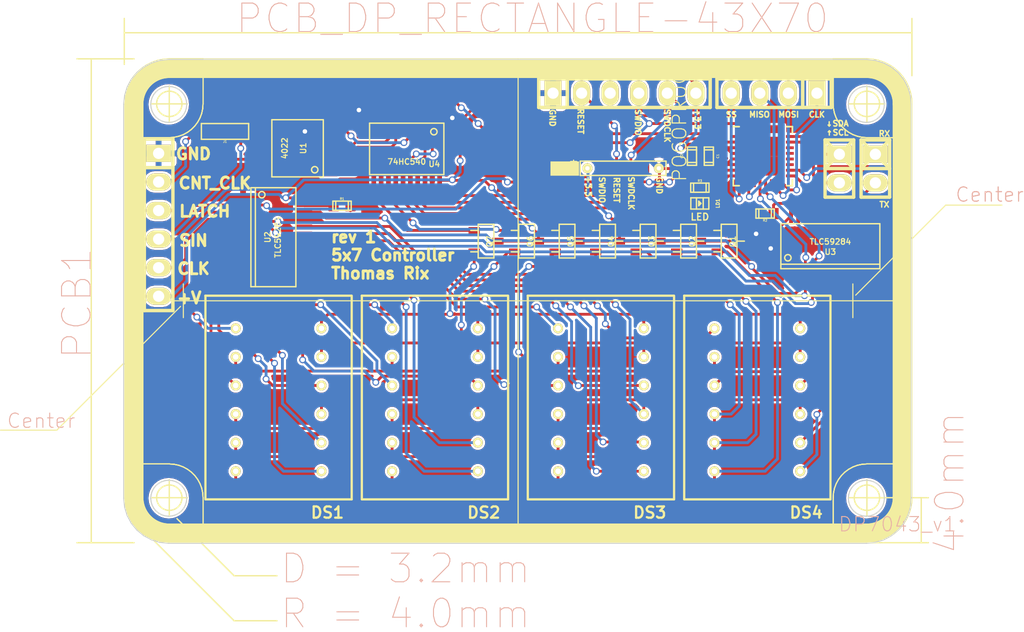
<source format=kicad_pcb>
(kicad_pcb (version 4) (host pcbnew "(after 2015-may-25 BZR unknown)-product")
  (layers (0 F.Cu signal) (31 B.Cu signal) (34 B.Paste user) (35 F.Paste user) (36 B.SilkS user) (37 F.SilkS user) (38 B.Mask user) (39 F.Mask user) (44 Edge.Cuts user))
  (net 0 "")
  (net 1 "Net-(DS1-Pad1)")
  (net 2 /AR3)
  (net 3 "Net-(DS1-Pad3)")
  (net 4 /AR5)
  (net 5 /AR6)
  (net 6 /AR7)
  (net 7 "Net-(DS1-Pad7)")
  (net 8 "Net-(DS1-Pad8)")
  (net 9 /AR4)
  (net 10 "Net-(DS1-Pad10)")
  (net 11 /AR2)
  (net 12 /AR1)
  (net 13 "Net-(DS2-Pad1)")
  (net 14 "Net-(DS2-Pad3)")
  (net 15 "Net-(DS2-Pad7)")
  (net 16 "Net-(DS2-Pad8)")
  (net 17 "Net-(DS2-Pad10)")
  (net 18 "Net-(DS3-Pad1)")
  (net 19 "Net-(DS3-Pad3)")
  (net 20 "Net-(DS3-Pad7)")
  (net 21 "Net-(DS3-Pad8)")
  (net 22 "Net-(DS3-Pad10)")
  (net 23 "Net-(DS4-Pad1)")
  (net 24 "Net-(DS4-Pad3)")
  (net 25 "Net-(DS4-Pad7)")
  (net 26 "Net-(DS4-Pad8)")
  (net 27 "Net-(DS4-Pad10)")
  (net 28 COUNTER_CLK)
  (net 29 "Net-(J1-Pad2)")
  (net 30 DRIVER_CLK)
  (net 31 GND)
  (net 32 DRIVER_LATCH)
  (net 33 "Net-(Q1-Pad1)")
  (net 34 +3.3V)
  (net 35 "Net-(Q2-Pad1)")
  (net 36 "Net-(Q3-Pad1)")
  (net 37 "Net-(Q4-Pad1)")
  (net 38 "Net-(Q5-Pad1)")
  (net 39 "Net-(Q6-Pad1)")
  (net 40 "Net-(Q7-Pad1)")
  (net 41 "Net-(R1-Pad2)")
  (net 42 "Net-(R2-Pad2)")
  (net 43 "Net-(U1-Pad4)")
  (net 44 "Net-(U1-Pad5)")
  (net 45 "Net-(U1-Pad7)")
  (net 46 "Net-(U1-Pad1)")
  (net 47 "Net-(U1-Pad2)")
  (net 48 "Net-(U1-Pad3)")
  (net 49 DRIVER_SIN)
  (net 50 "Net-(U1-Pad11)")
  (net 51 /SO)
  (net 52 /SPI_CLK)
  (net 53 /SPI_MOSI)
  (net 54 /SPI_MISO)
  (net 55 /SPI_SS)
  (net 56 /I2C_SDA)
  (net 57 /I2C_SCL)
  (net 58 /UART_RX)
  (net 59 /UART_TX)
  (net 60 "Net-(LD1-Pad1)")
  (net 61 "Net-(R3-Pad1)")
  (net 62 ~RESET)
  (net 63 SWDIO)
  (net 64 SWDCLK)
  (module aurai:DP7043 (layer F.Cu) (at 126.2 59.6)
    (fp_text reference "" (at 0 0) (layer F.SilkS))
    (fp_text value "" (at 0 0) (layer F.SilkS))
    (fp_line (start 66.7803 0.076859) (end 67.5307 0.304474) (layer Edge.Cuts) (width 0.1))
    (fp_line (start 67.5307 0.304474) (end 68.2223 0.674118) (layer Edge.Cuts) (width 0.1))
    (fp_line (start 68.2223 0.674118) (end 68.8284 1.17157) (layer Edge.Cuts) (width 0.1))
    (fp_line (start 68.8284 1.17157) (end 69.3259 1.77771) (layer Edge.Cuts) (width 0.1))
    (fp_line (start 69.3259 1.77771) (end 69.6955 2.46925) (layer Edge.Cuts) (width 0.1))
    (fp_line (start 69.6955 2.46925) (end 69.9231 3.21964) (layer Edge.Cuts) (width 0.1))
    (fp_line (start 69.9231 3.21964) (end 70 4) (layer Edge.Cuts) (width 0.1))
    (fp_line (start 70 4) (end 70 39) (layer Edge.Cuts) (width 0.1))
    (fp_line (start 70 39) (end 69.9231 39.7803) (layer Edge.Cuts) (width 0.1))
    (fp_line (start 69.9231 39.7803) (end 69.6955 40.5307) (layer Edge.Cuts) (width 0.1))
    (fp_line (start 69.6955 40.5307) (end 69.3259 41.2223) (layer Edge.Cuts) (width 0.1))
    (fp_line (start 69.3259 41.2223) (end 68.8284 41.8284) (layer Edge.Cuts) (width 0.1))
    (fp_line (start 68.8284 41.8284) (end 68.2223 42.3259) (layer Edge.Cuts) (width 0.1))
    (fp_line (start 68.2223 42.3259) (end 67.5307 42.6955) (layer Edge.Cuts) (width 0.1))
    (fp_line (start 67.5307 42.6955) (end 66.7803 42.9231) (layer Edge.Cuts) (width 0.1))
    (fp_line (start 66.7803 42.9231) (end 66 43) (layer Edge.Cuts) (width 0.1))
    (fp_line (start 66 43) (end 4 43) (layer Edge.Cuts) (width 0.1))
    (fp_line (start 4 43) (end 3.21964 42.9231) (layer Edge.Cuts) (width 0.1))
    (fp_line (start 3.21964 42.9231) (end 2.46925 42.6955) (layer Edge.Cuts) (width 0.1))
    (fp_line (start 2.46925 42.6955) (end 1.77771 42.3259) (layer Edge.Cuts) (width 0.1))
    (fp_line (start 1.77771 42.3259) (end 1.17157 41.8284) (layer Edge.Cuts) (width 0.1))
    (fp_line (start 1.17157 41.8284) (end 0.674118 41.2223) (layer Edge.Cuts) (width 0.1))
    (fp_line (start 0.674118 41.2223) (end 0.304474 40.5307) (layer Edge.Cuts) (width 0.1))
    (fp_line (start 0.304474 40.5307) (end 0.076859 39.7803) (layer Edge.Cuts) (width 0.1))
    (fp_line (start 0.076859 39.7803) (end 0 39) (layer Edge.Cuts) (width 0.1))
    (fp_line (start 0 39) (end 0 4) (layer Edge.Cuts) (width 0.1))
    (fp_line (start 0 4) (end 0.076859 3.21964) (layer Edge.Cuts) (width 0.1))
    (fp_line (start 0.076859 3.21964) (end 0.304474 2.46925) (layer Edge.Cuts) (width 0.1))
    (fp_line (start 0.304474 2.46925) (end 0.674118 1.77771) (layer Edge.Cuts) (width 0.1))
    (fp_line (start 0.674118 1.77771) (end 1.17157 1.17157) (layer Edge.Cuts) (width 0.1))
    (fp_line (start 1.17157 1.17157) (end 1.77771 0.674118) (layer Edge.Cuts) (width 0.1))
    (fp_line (start 1.77771 0.674118) (end 2.46925 0.304474) (layer Edge.Cuts) (width 0.1))
    (fp_line (start 2.46925 0.304474) (end 3.21964 0.076859) (layer Edge.Cuts) (width 0.1))
    (fp_line (start 3.21964 0.076859) (end 3.99998 0) (layer Edge.Cuts) (width 0.1))
    (fp_line (start 3.99998 0) (end 66 0) (layer Edge.Cuts) (width 0.1))
    (fp_line (start 66 0) (end 66.7803 0.076859) (layer Edge.Cuts) (width 0.1))
    (fp_line (start 3.68785 37.4307) (end 3.3877 37.5218) (layer Edge.Cuts) (width 0.1))
    (fp_line (start 3.3877 37.5218) (end 3.11108 37.6696) (layer Edge.Cuts) (width 0.1))
    (fp_line (start 3.11108 37.6696) (end 2.86862 37.8686) (layer Edge.Cuts) (width 0.1))
    (fp_line (start 2.86862 37.8686) (end 2.66965 38.1111) (layer Edge.Cuts) (width 0.1))
    (fp_line (start 2.66965 38.1111) (end 2.52179 38.3877) (layer Edge.Cuts) (width 0.1))
    (fp_line (start 2.52179 38.3877) (end 2.43074 38.6879) (layer Edge.Cuts) (width 0.1))
    (fp_line (start 2.43074 38.6879) (end 2.39999 39) (layer Edge.Cuts) (width 0.1))
    (fp_line (start 2.39999 39) (end 2.43074 39.3121) (layer Edge.Cuts) (width 0.1))
    (fp_line (start 2.43074 39.3121) (end 2.52179 39.6123) (layer Edge.Cuts) (width 0.1))
    (fp_line (start 2.52179 39.6123) (end 2.66965 39.8889) (layer Edge.Cuts) (width 0.1))
    (fp_line (start 2.66965 39.8889) (end 2.86862 40.1314) (layer Edge.Cuts) (width 0.1))
    (fp_line (start 2.86862 40.1314) (end 3.11108 40.3303) (layer Edge.Cuts) (width 0.1))
    (fp_line (start 3.11108 40.3303) (end 3.3877 40.4782) (layer Edge.Cuts) (width 0.1))
    (fp_line (start 3.3877 40.4782) (end 3.68785 40.5692) (layer Edge.Cuts) (width 0.1))
    (fp_line (start 3.68785 40.5692) (end 4 40.6) (layer Edge.Cuts) (width 0.1))
    (fp_line (start 4 40.6) (end 4.31213 40.5692) (layer Edge.Cuts) (width 0.1))
    (fp_line (start 4.31213 40.5692) (end 4.61229 40.4782) (layer Edge.Cuts) (width 0.1))
    (fp_line (start 4.61229 40.4782) (end 4.8889 40.3303) (layer Edge.Cuts) (width 0.1))
    (fp_line (start 4.8889 40.3303) (end 5.13136 40.1314) (layer Edge.Cuts) (width 0.1))
    (fp_line (start 5.13136 40.1314) (end 5.33034 39.8889) (layer Edge.Cuts) (width 0.1))
    (fp_line (start 5.33034 39.8889) (end 5.4782 39.6123) (layer Edge.Cuts) (width 0.1))
    (fp_line (start 5.4782 39.6123) (end 5.56924 39.3121) (layer Edge.Cuts) (width 0.1))
    (fp_line (start 5.56924 39.3121) (end 5.59999 39) (layer Edge.Cuts) (width 0.1))
    (fp_line (start 5.59999 39) (end 5.56924 38.6879) (layer Edge.Cuts) (width 0.1))
    (fp_line (start 5.56924 38.6879) (end 5.4782 38.3877) (layer Edge.Cuts) (width 0.1))
    (fp_line (start 5.4782 38.3877) (end 5.33034 38.1111) (layer Edge.Cuts) (width 0.1))
    (fp_line (start 5.33034 38.1111) (end 5.13136 37.8686) (layer Edge.Cuts) (width 0.1))
    (fp_line (start 5.13136 37.8686) (end 4.8889 37.6696) (layer Edge.Cuts) (width 0.1))
    (fp_line (start 4.8889 37.6696) (end 4.61229 37.5218) (layer Edge.Cuts) (width 0.1))
    (fp_line (start 4.61229 37.5218) (end 4.31213 37.4307) (layer Edge.Cuts) (width 0.1))
    (fp_line (start 4.31213 37.4307) (end 3.99998 37.4) (layer Edge.Cuts) (width 0.1))
    (fp_line (start 3.99998 37.4) (end 3.68785 37.4307) (layer Edge.Cuts) (width 0.1))
    (fp_line (start 65.6879 37.4307) (end 65.3877 37.5218) (layer Edge.Cuts) (width 0.1))
    (fp_line (start 65.3877 37.5218) (end 65.1111 37.6696) (layer Edge.Cuts) (width 0.1))
    (fp_line (start 65.1111 37.6696) (end 64.8686 37.8686) (layer Edge.Cuts) (width 0.1))
    (fp_line (start 64.8686 37.8686) (end 64.6696 38.1111) (layer Edge.Cuts) (width 0.1))
    (fp_line (start 64.6696 38.1111) (end 64.5218 38.3877) (layer Edge.Cuts) (width 0.1))
    (fp_line (start 64.5218 38.3877) (end 64.4307 38.6879) (layer Edge.Cuts) (width 0.1))
    (fp_line (start 64.4307 38.6879) (end 64.4 39) (layer Edge.Cuts) (width 0.1))
    (fp_line (start 64.4 39) (end 64.4307 39.3121) (layer Edge.Cuts) (width 0.1))
    (fp_line (start 64.4307 39.3121) (end 64.5218 39.6123) (layer Edge.Cuts) (width 0.1))
    (fp_line (start 64.5218 39.6123) (end 64.6696 39.8889) (layer Edge.Cuts) (width 0.1))
    (fp_line (start 64.6696 39.8889) (end 64.8686 40.1314) (layer Edge.Cuts) (width 0.1))
    (fp_line (start 64.8686 40.1314) (end 65.1111 40.3303) (layer Edge.Cuts) (width 0.1))
    (fp_line (start 65.1111 40.3303) (end 65.3877 40.4782) (layer Edge.Cuts) (width 0.1))
    (fp_line (start 65.3877 40.4782) (end 65.6879 40.5692) (layer Edge.Cuts) (width 0.1))
    (fp_line (start 65.6879 40.5692) (end 66 40.6) (layer Edge.Cuts) (width 0.1))
    (fp_line (start 66 40.6) (end 66.3121 40.5692) (layer Edge.Cuts) (width 0.1))
    (fp_line (start 66.3121 40.5692) (end 66.6123 40.4782) (layer Edge.Cuts) (width 0.1))
    (fp_line (start 66.6123 40.4782) (end 66.8889 40.3303) (layer Edge.Cuts) (width 0.1))
    (fp_line (start 66.8889 40.3303) (end 67.1314 40.1314) (layer Edge.Cuts) (width 0.1))
    (fp_line (start 67.1314 40.1314) (end 67.3303 39.8889) (layer Edge.Cuts) (width 0.1))
    (fp_line (start 67.3303 39.8889) (end 67.4782 39.6123) (layer Edge.Cuts) (width 0.1))
    (fp_line (start 67.4782 39.6123) (end 67.5692 39.3121) (layer Edge.Cuts) (width 0.1))
    (fp_line (start 67.5692 39.3121) (end 67.6 39) (layer Edge.Cuts) (width 0.1))
    (fp_line (start 67.6 39) (end 67.5692 38.6879) (layer Edge.Cuts) (width 0.1))
    (fp_line (start 67.5692 38.6879) (end 67.4782 38.3877) (layer Edge.Cuts) (width 0.1))
    (fp_line (start 67.4782 38.3877) (end 67.3303 38.1111) (layer Edge.Cuts) (width 0.1))
    (fp_line (start 67.3303 38.1111) (end 67.1314 37.8686) (layer Edge.Cuts) (width 0.1))
    (fp_line (start 67.1314 37.8686) (end 66.8889 37.6696) (layer Edge.Cuts) (width 0.1))
    (fp_line (start 66.8889 37.6696) (end 66.6123 37.5218) (layer Edge.Cuts) (width 0.1))
    (fp_line (start 66.6123 37.5218) (end 66.3121 37.4307) (layer Edge.Cuts) (width 0.1))
    (fp_line (start 66.3121 37.4307) (end 66 37.4) (layer Edge.Cuts) (width 0.1))
    (fp_line (start 66 37.4) (end 65.6879 37.4307) (layer Edge.Cuts) (width 0.1))
    (fp_line (start 3.68785 2.43074) (end 3.3877 2.52179) (layer Edge.Cuts) (width 0.1))
    (fp_line (start 3.3877 2.52179) (end 3.11108 2.66965) (layer Edge.Cuts) (width 0.1))
    (fp_line (start 3.11108 2.66965) (end 2.86862 2.86862) (layer Edge.Cuts) (width 0.1))
    (fp_line (start 2.86862 2.86862) (end 2.66965 3.11108) (layer Edge.Cuts) (width 0.1))
    (fp_line (start 2.66965 3.11108) (end 2.52179 3.3877) (layer Edge.Cuts) (width 0.1))
    (fp_line (start 2.52179 3.3877) (end 2.43074 3.68785) (layer Edge.Cuts) (width 0.1))
    (fp_line (start 2.43074 3.68785) (end 2.39999 4) (layer Edge.Cuts) (width 0.1))
    (fp_line (start 2.39999 4) (end 2.43074 4.31213) (layer Edge.Cuts) (width 0.1))
    (fp_line (start 2.43074 4.31213) (end 2.52179 4.61229) (layer Edge.Cuts) (width 0.1))
    (fp_line (start 2.52179 4.61229) (end 2.66965 4.8889) (layer Edge.Cuts) (width 0.1))
    (fp_line (start 2.66965 4.8889) (end 2.86862 5.13136) (layer Edge.Cuts) (width 0.1))
    (fp_line (start 2.86862 5.13136) (end 3.11108 5.33034) (layer Edge.Cuts) (width 0.1))
    (fp_line (start 3.11108 5.33034) (end 3.3877 5.4782) (layer Edge.Cuts) (width 0.1))
    (fp_line (start 3.3877 5.4782) (end 3.68785 5.56924) (layer Edge.Cuts) (width 0.1))
    (fp_line (start 3.68785 5.56924) (end 4 5.59999) (layer Edge.Cuts) (width 0.1))
    (fp_line (start 4 5.59999) (end 4.31213 5.56924) (layer Edge.Cuts) (width 0.1))
    (fp_line (start 4.31213 5.56924) (end 4.61229 5.4782) (layer Edge.Cuts) (width 0.1))
    (fp_line (start 4.61229 5.4782) (end 4.8889 5.33034) (layer Edge.Cuts) (width 0.1))
    (fp_line (start 4.8889 5.33034) (end 5.13136 5.13136) (layer Edge.Cuts) (width 0.1))
    (fp_line (start 5.13136 5.13136) (end 5.33034 4.8889) (layer Edge.Cuts) (width 0.1))
    (fp_line (start 5.33034 4.8889) (end 5.4782 4.61229) (layer Edge.Cuts) (width 0.1))
    (fp_line (start 5.4782 4.61229) (end 5.56924 4.31213) (layer Edge.Cuts) (width 0.1))
    (fp_line (start 5.56924 4.31213) (end 5.59999 4) (layer Edge.Cuts) (width 0.1))
    (fp_line (start 5.59999 4) (end 5.56924 3.68785) (layer Edge.Cuts) (width 0.1))
    (fp_line (start 5.56924 3.68785) (end 5.4782 3.3877) (layer Edge.Cuts) (width 0.1))
    (fp_line (start 5.4782 3.3877) (end 5.33034 3.11108) (layer Edge.Cuts) (width 0.1))
    (fp_line (start 5.33034 3.11108) (end 5.13136 2.86862) (layer Edge.Cuts) (width 0.1))
    (fp_line (start 5.13136 2.86862) (end 4.8889 2.66965) (layer Edge.Cuts) (width 0.1))
    (fp_line (start 4.8889 2.66965) (end 4.61229 2.52179) (layer Edge.Cuts) (width 0.1))
    (fp_line (start 4.61229 2.52179) (end 4.31213 2.43074) (layer Edge.Cuts) (width 0.1))
    (fp_line (start 4.31213 2.43074) (end 3.99998 2.39999) (layer Edge.Cuts) (width 0.1))
    (fp_line (start 3.99998 2.39999) (end 3.68785 2.43074) (layer Edge.Cuts) (width 0.1))
    (fp_line (start 65.6879 2.43074) (end 65.3877 2.52179) (layer Edge.Cuts) (width 0.1))
    (fp_line (start 65.3877 2.52179) (end 65.1111 2.66965) (layer Edge.Cuts) (width 0.1))
    (fp_line (start 65.1111 2.66965) (end 64.8686 2.86862) (layer Edge.Cuts) (width 0.1))
    (fp_line (start 64.8686 2.86862) (end 64.6696 3.11108) (layer Edge.Cuts) (width 0.1))
    (fp_line (start 64.6696 3.11108) (end 64.5218 3.3877) (layer Edge.Cuts) (width 0.1))
    (fp_line (start 64.5218 3.3877) (end 64.4307 3.68785) (layer Edge.Cuts) (width 0.1))
    (fp_line (start 64.4307 3.68785) (end 64.4 4) (layer Edge.Cuts) (width 0.1))
    (fp_line (start 64.4 4) (end 64.4307 4.31213) (layer Edge.Cuts) (width 0.1))
    (fp_line (start 64.4307 4.31213) (end 64.5218 4.61229) (layer Edge.Cuts) (width 0.1))
    (fp_line (start 64.5218 4.61229) (end 64.6696 4.8889) (layer Edge.Cuts) (width 0.1))
    (fp_line (start 64.6696 4.8889) (end 64.8686 5.13136) (layer Edge.Cuts) (width 0.1))
    (fp_line (start 64.8686 5.13136) (end 65.1111 5.33034) (layer Edge.Cuts) (width 0.1))
    (fp_line (start 65.1111 5.33034) (end 65.3877 5.4782) (layer Edge.Cuts) (width 0.1))
    (fp_line (start 65.3877 5.4782) (end 65.6879 5.56924) (layer Edge.Cuts) (width 0.1))
    (fp_line (start 65.6879 5.56924) (end 66 5.59999) (layer Edge.Cuts) (width 0.1))
    (fp_line (start 66 5.59999) (end 66.3121 5.56924) (layer Edge.Cuts) (width 0.1))
    (fp_line (start 66.3121 5.56924) (end 66.6123 5.4782) (layer Edge.Cuts) (width 0.1))
    (fp_line (start 66.6123 5.4782) (end 66.8889 5.33034) (layer Edge.Cuts) (width 0.1))
    (fp_line (start 66.8889 5.33034) (end 67.1314 5.13136) (layer Edge.Cuts) (width 0.1))
    (fp_line (start 67.1314 5.13136) (end 67.3303 4.8889) (layer Edge.Cuts) (width 0.1))
    (fp_line (start 67.3303 4.8889) (end 67.4782 4.61229) (layer Edge.Cuts) (width 0.1))
    (fp_line (start 67.4782 4.61229) (end 67.5692 4.31213) (layer Edge.Cuts) (width 0.1))
    (fp_line (start 67.5692 4.31213) (end 67.6 4) (layer Edge.Cuts) (width 0.1))
    (fp_line (start 67.6 4) (end 67.5692 3.68785) (layer Edge.Cuts) (width 0.1))
    (fp_line (start 67.5692 3.68785) (end 67.4782 3.3877) (layer Edge.Cuts) (width 0.1))
    (fp_line (start 67.4782 3.3877) (end 67.3303 3.11108) (layer Edge.Cuts) (width 0.1))
    (fp_line (start 67.3303 3.11108) (end 67.1314 2.86862) (layer Edge.Cuts) (width 0.1))
    (fp_line (start 67.1314 2.86862) (end 66.8889 2.66965) (layer Edge.Cuts) (width 0.1))
    (fp_line (start 66.8889 2.66965) (end 66.6123 2.52179) (layer Edge.Cuts) (width 0.1))
    (fp_line (start 66.6123 2.52179) (end 66.3121 2.43074) (layer Edge.Cuts) (width 0.1))
    (fp_line (start 66.3121 2.43074) (end 66 2.39999) (layer Edge.Cuts) (width 0.1))
    (fp_line (start 66 2.39999) (end 65.6879 2.43074) (layer Edge.Cuts) (width 0.1))
  )
  (module 5x7Controller:VAOM-A07573G9 (layer F.Cu) (at 136.15 89.85)
    (fp_text reference DS1 (at 8.15 10.025) (layer F.SilkS) (effects (font (thickness 0.2008))))
    (fp_text value VAOM-C07573G9-BW/32 hide)
    (pad 1 thru_hole circle (at 0 -6.35) (size 0.889 0.889) (drill 0.508) (layers *.Cu *.Mask F.SilkS) (net 1 "Net-(DS1-Pad1)"))
    (pad 2 thru_hole circle (at 0 -3.81) (size 0.889 0.889) (drill 0.508) (layers *.Cu *.Mask F.SilkS) (net 2 /AR3))
    (pad 3 thru_hole circle (at 0 -1.27) (size 0.889 0.889) (drill 0.508) (layers *.Cu *.Mask F.SilkS) (net 3 "Net-(DS1-Pad3)"))
    (pad 4 thru_hole circle (at 0 1.27) (size 0.889 0.889) (drill 0.508) (layers *.Cu *.Mask F.SilkS) (net 4 /AR5))
    (pad 5 thru_hole circle (at 0 3.81) (size 0.889 0.889) (drill 0.508) (layers *.Cu *.Mask F.SilkS) (net 5 /AR6))
    (pad 6 thru_hole circle (at 0 6.35) (size 0.889 0.889) (drill 0.508) (layers *.Cu *.Mask F.SilkS) (net 6 /AR7))
    (pad 7 thru_hole circle (at 7.62 6.35) (size 0.889 0.889) (drill 0.508) (layers *.Cu *.Mask F.SilkS) (net 7 "Net-(DS1-Pad7)"))
    (pad 8 thru_hole circle (at 7.62 3.81) (size 0.889 0.889) (drill 0.508) (layers *.Cu *.Mask F.SilkS) (net 8 "Net-(DS1-Pad8)"))
    (pad 9 thru_hole circle (at 7.62 1.27) (size 0.889 0.889) (drill 0.508) (layers *.Cu *.Mask F.SilkS) (net 9 /AR4))
    (pad 10 thru_hole circle (at 7.62 -1.27) (size 0.889 0.889) (drill 0.508) (layers *.Cu *.Mask F.SilkS) (net 10 "Net-(DS1-Pad10)"))
    (pad 11 thru_hole circle (at 7.62 -3.81) (size 0.889 0.889) (drill 0.508) (layers *.Cu *.Mask F.SilkS) (net 11 /AR2))
    (pad 12 thru_hole circle (at 7.62 -6.35) (size 0.889 0.889) (drill 0.508) (layers *.Cu *.Mask F.SilkS) (net 12 /AR1))
  )
  (module 5x7Controller:VAOM-A07573G9 (layer F.Cu) (at 150.05 89.85)
    (fp_text reference DS2 (at 8.15 10.025) (layer F.SilkS) (effects (font (thickness 0.2008))))
    (fp_text value VAOM-C07573G9-BW/32 hide)
    (pad 1 thru_hole circle (at 0 -6.35) (size 0.889 0.889) (drill 0.508) (layers *.Cu *.Mask F.SilkS) (net 13 "Net-(DS2-Pad1)"))
    (pad 2 thru_hole circle (at 0 -3.81) (size 0.889 0.889) (drill 0.508) (layers *.Cu *.Mask F.SilkS) (net 2 /AR3))
    (pad 3 thru_hole circle (at 0 -1.27) (size 0.889 0.889) (drill 0.508) (layers *.Cu *.Mask F.SilkS) (net 14 "Net-(DS2-Pad3)"))
    (pad 4 thru_hole circle (at 0 1.27) (size 0.889 0.889) (drill 0.508) (layers *.Cu *.Mask F.SilkS) (net 4 /AR5))
    (pad 5 thru_hole circle (at 0 3.81) (size 0.889 0.889) (drill 0.508) (layers *.Cu *.Mask F.SilkS) (net 5 /AR6))
    (pad 6 thru_hole circle (at 0 6.35) (size 0.889 0.889) (drill 0.508) (layers *.Cu *.Mask F.SilkS) (net 6 /AR7))
    (pad 7 thru_hole circle (at 7.62 6.35) (size 0.889 0.889) (drill 0.508) (layers *.Cu *.Mask F.SilkS) (net 15 "Net-(DS2-Pad7)"))
    (pad 8 thru_hole circle (at 7.62 3.81) (size 0.889 0.889) (drill 0.508) (layers *.Cu *.Mask F.SilkS) (net 16 "Net-(DS2-Pad8)"))
    (pad 9 thru_hole circle (at 7.62 1.27) (size 0.889 0.889) (drill 0.508) (layers *.Cu *.Mask F.SilkS) (net 9 /AR4))
    (pad 10 thru_hole circle (at 7.62 -1.27) (size 0.889 0.889) (drill 0.508) (layers *.Cu *.Mask F.SilkS) (net 17 "Net-(DS2-Pad10)"))
    (pad 11 thru_hole circle (at 7.62 -3.81) (size 0.889 0.889) (drill 0.508) (layers *.Cu *.Mask F.SilkS) (net 11 /AR2))
    (pad 12 thru_hole circle (at 7.62 -6.35) (size 0.889 0.889) (drill 0.508) (layers *.Cu *.Mask F.SilkS) (net 12 /AR1))
  )
  (module 5x7Controller:VAOM-A07573G9 (layer F.Cu) (at 164.8 89.85)
    (fp_text reference DS3 (at 8.15 10.025) (layer F.SilkS) (effects (font (thickness 0.2008))))
    (fp_text value VAOM-C07573G9-BW/32 hide)
    (pad 1 thru_hole circle (at 0 -6.35) (size 0.889 0.889) (drill 0.508) (layers *.Cu *.Mask F.SilkS) (net 18 "Net-(DS3-Pad1)"))
    (pad 2 thru_hole circle (at 0 -3.81) (size 0.889 0.889) (drill 0.508) (layers *.Cu *.Mask F.SilkS) (net 2 /AR3))
    (pad 3 thru_hole circle (at 0 -1.27) (size 0.889 0.889) (drill 0.508) (layers *.Cu *.Mask F.SilkS) (net 19 "Net-(DS3-Pad3)"))
    (pad 4 thru_hole circle (at 0 1.27) (size 0.889 0.889) (drill 0.508) (layers *.Cu *.Mask F.SilkS) (net 4 /AR5))
    (pad 5 thru_hole circle (at 0 3.81) (size 0.889 0.889) (drill 0.508) (layers *.Cu *.Mask F.SilkS) (net 5 /AR6))
    (pad 6 thru_hole circle (at 0 6.35) (size 0.889 0.889) (drill 0.508) (layers *.Cu *.Mask F.SilkS) (net 6 /AR7))
    (pad 7 thru_hole circle (at 7.62 6.35) (size 0.889 0.889) (drill 0.508) (layers *.Cu *.Mask F.SilkS) (net 20 "Net-(DS3-Pad7)"))
    (pad 8 thru_hole circle (at 7.62 3.81) (size 0.889 0.889) (drill 0.508) (layers *.Cu *.Mask F.SilkS) (net 21 "Net-(DS3-Pad8)"))
    (pad 9 thru_hole circle (at 7.62 1.27) (size 0.889 0.889) (drill 0.508) (layers *.Cu *.Mask F.SilkS) (net 9 /AR4))
    (pad 10 thru_hole circle (at 7.62 -1.27) (size 0.889 0.889) (drill 0.508) (layers *.Cu *.Mask F.SilkS) (net 22 "Net-(DS3-Pad10)"))
    (pad 11 thru_hole circle (at 7.62 -3.81) (size 0.889 0.889) (drill 0.508) (layers *.Cu *.Mask F.SilkS) (net 11 /AR2))
    (pad 12 thru_hole circle (at 7.62 -6.35) (size 0.889 0.889) (drill 0.508) (layers *.Cu *.Mask F.SilkS) (net 12 /AR1))
  )
  (module 5x7Controller:VAOM-A07573G9 (layer F.Cu) (at 178.7 89.85)
    (fp_text reference DS4 (at 8.15 10.025) (layer F.SilkS) (effects (font (thickness 0.2008))))
    (fp_text value VAOM-C07573G9-BW/32 hide)
    (pad 1 thru_hole circle (at 0 -6.35) (size 0.889 0.889) (drill 0.508) (layers *.Cu *.Mask F.SilkS) (net 23 "Net-(DS4-Pad1)"))
    (pad 2 thru_hole circle (at 0 -3.81) (size 0.889 0.889) (drill 0.508) (layers *.Cu *.Mask F.SilkS) (net 2 /AR3))
    (pad 3 thru_hole circle (at 0 -1.27) (size 0.889 0.889) (drill 0.508) (layers *.Cu *.Mask F.SilkS) (net 24 "Net-(DS4-Pad3)"))
    (pad 4 thru_hole circle (at 0 1.27) (size 0.889 0.889) (drill 0.508) (layers *.Cu *.Mask F.SilkS) (net 4 /AR5))
    (pad 5 thru_hole circle (at 0 3.81) (size 0.889 0.889) (drill 0.508) (layers *.Cu *.Mask F.SilkS) (net 5 /AR6))
    (pad 6 thru_hole circle (at 0 6.35) (size 0.889 0.889) (drill 0.508) (layers *.Cu *.Mask F.SilkS) (net 6 /AR7))
    (pad 7 thru_hole circle (at 7.62 6.35) (size 0.889 0.889) (drill 0.508) (layers *.Cu *.Mask F.SilkS) (net 25 "Net-(DS4-Pad7)"))
    (pad 8 thru_hole circle (at 7.62 3.81) (size 0.889 0.889) (drill 0.508) (layers *.Cu *.Mask F.SilkS) (net 26 "Net-(DS4-Pad8)"))
    (pad 9 thru_hole circle (at 7.62 1.27) (size 0.889 0.889) (drill 0.508) (layers *.Cu *.Mask F.SilkS) (net 9 /AR4))
    (pad 10 thru_hole circle (at 7.62 -1.27) (size 0.889 0.889) (drill 0.508) (layers *.Cu *.Mask F.SilkS) (net 27 "Net-(DS4-Pad10)"))
    (pad 11 thru_hole circle (at 7.62 -3.81) (size 0.889 0.889) (drill 0.508) (layers *.Cu *.Mask F.SilkS) (net 11 /AR2))
    (pad 12 thru_hole circle (at 7.62 -6.35) (size 0.889 0.889) (drill 0.508) (layers *.Cu *.Mask F.SilkS) (net 12 /AR1))
  )
  (module w_smd_trans:sot23 (layer F.Cu) (at 180 75.75 270)
    (fp_text reference Q1 (at 0.0254 -0.3302 270) (layer F.SilkS) (effects (font (size 0.50038 0.50038) (thickness 0.09906))))
    (fp_text value IRLML5203 hide)
    (pad 1 smd rect (at -0.9525 1.05664 270) (size 0.59944 1.00076) (layers F.Cu F.Paste F.Mask) (net 33 "Net-(Q1-Pad1)"))
    (pad 2 smd rect (at 0 -1.05664 270) (size 0.59944 1.00076) (layers F.Cu F.Paste F.Mask) (net 34 +3.3V))
    (pad 3 smd rect (at 0.9525 1.05664 270) (size 0.59944 1.00076) (layers F.Cu F.Paste F.Mask) (net 6 /AR7))
  )
  (module w_smd_trans:sot23 (layer F.Cu) (at 176.4 75.75 270)
    (fp_text reference Q2 (at 0.0254 -0.3302 270) (layer F.SilkS) (effects (font (size 0.50038 0.50038) (thickness 0.09906))))
    (fp_text value IRLML5203 hide)
    (pad 1 smd rect (at -0.9525 1.05664 270) (size 0.59944 1.00076) (layers F.Cu F.Paste F.Mask) (net 35 "Net-(Q2-Pad1)"))
    (pad 2 smd rect (at 0 -1.05664 270) (size 0.59944 1.00076) (layers F.Cu F.Paste F.Mask) (net 34 +3.3V))
    (pad 3 smd rect (at 0.9525 1.05664 270) (size 0.59944 1.00076) (layers F.Cu F.Paste F.Mask) (net 5 /AR6))
  )
  (module w_smd_trans:sot23 (layer F.Cu) (at 172.8 75.75 270)
    (fp_text reference Q3 (at 0.0254 -0.3302 270) (layer F.SilkS) (effects (font (size 0.50038 0.50038) (thickness 0.09906))))
    (fp_text value IRLML5203 hide)
    (pad 1 smd rect (at -0.9525 1.05664 270) (size 0.59944 1.00076) (layers F.Cu F.Paste F.Mask) (net 36 "Net-(Q3-Pad1)"))
    (pad 2 smd rect (at 0 -1.05664 270) (size 0.59944 1.00076) (layers F.Cu F.Paste F.Mask) (net 34 +3.3V))
    (pad 3 smd rect (at 0.9525 1.05664 270) (size 0.59944 1.00076) (layers F.Cu F.Paste F.Mask) (net 4 /AR5))
  )
  (module w_smd_trans:sot23 (layer F.Cu) (at 169.2 75.75 270)
    (fp_text reference Q4 (at 0.0254 -0.3302 270) (layer F.SilkS) (effects (font (size 0.50038 0.50038) (thickness 0.09906))))
    (fp_text value IRLML5203 hide)
    (pad 1 smd rect (at -0.9525 1.05664 270) (size 0.59944 1.00076) (layers F.Cu F.Paste F.Mask) (net 37 "Net-(Q4-Pad1)"))
    (pad 2 smd rect (at 0 -1.05664 270) (size 0.59944 1.00076) (layers F.Cu F.Paste F.Mask) (net 34 +3.3V))
    (pad 3 smd rect (at 0.9525 1.05664 270) (size 0.59944 1.00076) (layers F.Cu F.Paste F.Mask) (net 9 /AR4))
  )
  (module w_smd_trans:sot23 (layer F.Cu) (at 165.6 75.75 270)
    (fp_text reference Q5 (at 0.0254 -0.3302 270) (layer F.SilkS) (effects (font (size 0.50038 0.50038) (thickness 0.09906))))
    (fp_text value IRLML5203 hide)
    (pad 1 smd rect (at -0.9525 1.05664 270) (size 0.59944 1.00076) (layers F.Cu F.Paste F.Mask) (net 38 "Net-(Q5-Pad1)"))
    (pad 2 smd rect (at 0 -1.05664 270) (size 0.59944 1.00076) (layers F.Cu F.Paste F.Mask) (net 34 +3.3V))
    (pad 3 smd rect (at 0.9525 1.05664 270) (size 0.59944 1.00076) (layers F.Cu F.Paste F.Mask) (net 2 /AR3))
  )
  (module w_smd_trans:sot23 (layer F.Cu) (at 162 75.75 270)
    (fp_text reference Q6 (at 0.0254 -0.3302 270) (layer F.SilkS) (effects (font (size 0.50038 0.50038) (thickness 0.09906))))
    (fp_text value IRLML5203 hide)
    (pad 1 smd rect (at -0.9525 1.05664 270) (size 0.59944 1.00076) (layers F.Cu F.Paste F.Mask) (net 39 "Net-(Q6-Pad1)"))
    (pad 2 smd rect (at 0 -1.05664 270) (size 0.59944 1.00076) (layers F.Cu F.Paste F.Mask) (net 34 +3.3V))
    (pad 3 smd rect (at 0.9525 1.05664 270) (size 0.59944 1.00076) (layers F.Cu F.Paste F.Mask) (net 11 /AR2))
  )
  (module w_smd_trans:sot23 (layer F.Cu) (at 158.4 75.75 270)
    (fp_text reference Q7 (at 0.0254 -0.3302 270) (layer F.SilkS) (effects (font (size 0.50038 0.50038) (thickness 0.09906))))
    (fp_text value IRLML5203 hide)
    (pad 1 smd rect (at -0.9525 1.05664 270) (size 0.59944 1.00076) (layers F.Cu F.Paste F.Mask) (net 40 "Net-(Q7-Pad1)"))
    (pad 2 smd rect (at 0 -1.05664 270) (size 0.59944 1.00076) (layers F.Cu F.Paste F.Mask) (net 34 +3.3V))
    (pad 3 smd rect (at 0.9525 1.05664 270) (size 0.59944 1.00076) (layers F.Cu F.Paste F.Mask) (net 12 /AR1))
  )
  (module w_smd_resistors:r_0603 (layer F.Cu) (at 145.6 72.6)
    (fp_text reference R1 (at 0 -0.6096) (layer F.SilkS) (effects (font (size 0.20066 0.20066) (thickness 0.04064))))
    (fp_text value 2.7K hide)
    (pad 1 smd rect (at 0.75184 0) (size 0.89916 1.00076) (layers F.Cu F.Paste F.Mask) (net 31 GND))
    (pad 2 smd rect (at -0.75184 0) (size 0.89916 1.00076) (layers F.Cu F.Paste F.Mask) (net 41 "Net-(R1-Pad2)"))
  )
  (module w_smd_resistors:r_0603 (layer F.Cu) (at 183.2 73.3 180)
    (fp_text reference R2 (at 0 -0.6096 180) (layer F.SilkS) (effects (font (size 0.20066 0.20066) (thickness 0.04064))))
    (fp_text value 2.7K hide)
    (pad 1 smd rect (at 0.75184 0 180) (size 0.89916 1.00076) (layers F.Cu F.Paste F.Mask) (net 31 GND))
    (pad 2 smd rect (at -0.75184 0 180) (size 0.89916 1.00076) (layers F.Cu F.Paste F.Mask) (net 42 "Net-(R2-Pad2)"))
  )
  (module w_smd_dil:tssop-16 (layer F.Cu) (at 141.65 67.5 90)
    (fp_text reference U1 (at 0 0.508 90) (layer F.SilkS) (effects (font (size 0.50038 0.50038) (thickness 0.09906))))
    (fp_text value 4022 (at 0 -1.143 90) (layer F.SilkS) (effects (font (size 0.50038 0.50038) (thickness 0.09906))))
    (pad 4 smd rect (at -0.32512 2.79908 90) (size 0.4191 1.47066) (layers F.Cu F.Paste F.Mask) (net 43 "Net-(U1-Pad4)"))
    (pad 5 smd rect (at 0.32512 2.79908 90) (size 0.4191 1.47066) (layers F.Cu F.Paste F.Mask) (net 44 "Net-(U1-Pad5)"))
    (pad 6 smd rect (at 0.97536 2.79908 90) (size 0.4191 1.47066) (layers F.Cu F.Paste F.Mask))
    (pad 7 smd rect (at 1.6256 2.79908 90) (size 0.4191 1.47066) (layers F.Cu F.Paste F.Mask) (net 45 "Net-(U1-Pad7)"))
    (pad 16 smd rect (at -2.26568 -2.794 90) (size 0.4191 1.47066) (layers F.Cu F.Paste F.Mask))
    (pad 1 smd rect (at -2.27584 2.79908 90) (size 0.4191 1.47066) (layers F.Cu F.Paste F.Mask) (net 46 "Net-(U1-Pad1)"))
    (pad 2 smd rect (at -1.6256 2.79908 90) (size 0.4191 1.47066) (layers F.Cu F.Paste F.Mask) (net 47 "Net-(U1-Pad2)"))
    (pad 3 smd rect (at -0.97536 2.79908 90) (size 0.4191 1.47066) (layers F.Cu F.Paste F.Mask) (net 48 "Net-(U1-Pad3)"))
    (pad 9 smd rect (at 2.27584 -2.79908 90) (size 0.4191 1.47066) (layers F.Cu F.Paste F.Mask))
    (pad 10 smd rect (at 1.6256 -2.79908 90) (size 0.4191 1.47066) (layers F.Cu F.Paste F.Mask))
    (pad 11 smd rect (at 0.97536 -2.79908 90) (size 0.4191 1.47066) (layers F.Cu F.Paste F.Mask) (net 50 "Net-(U1-Pad11)"))
    (pad 12 smd rect (at 0.32512 -2.79908 90) (size 0.4191 1.47066) (layers F.Cu F.Paste F.Mask))
    (pad 13 smd rect (at -0.32512 -2.79908 90) (size 0.4191 1.47066) (layers F.Cu F.Paste F.Mask) (net 31 GND))
    (pad 14 smd rect (at -0.97536 -2.79908 90) (size 0.4191 1.47066) (layers F.Cu F.Paste F.Mask) (net 29 "Net-(J1-Pad2)"))
    (pad 8 smd rect (at 2.27584 2.79908 90) (size 0.4191 1.47066) (layers F.Cu F.Paste F.Mask))
    (pad 15 smd rect (at -1.6256 -2.794 90) (size 0.4191 1.47066) (layers F.Cu F.Paste F.Mask) (net 31 GND))
  )
  (module w_smd_dil:ssop-24 (layer F.Cu) (at 139.5 75.4 270)
    (fp_text reference U2 (at 0 0.508 270) (layer F.SilkS) (effects (font (size 0.50038 0.50038) (thickness 0.09906))))
    (fp_text value TLC59284 (at 0 -0.39878 270) (layer F.SilkS) (effects (font (size 0.50038 0.50038) (thickness 0.09906))))
    (pad 6 smd rect (at -0.3175 2.69748 270) (size 0.34798 1.4986) (layers F.Cu F.Paste F.Mask) (net 3 "Net-(DS1-Pad3)"))
    (pad 7 smd rect (at 0.3175 2.69748 270) (size 0.34798 1.4986) (layers F.Cu F.Paste F.Mask) (net 10 "Net-(DS1-Pad10)"))
    (pad 8 smd rect (at 0.9525 2.69748 270) (size 0.34798 1.4986) (layers F.Cu F.Paste F.Mask) (net 7 "Net-(DS1-Pad7)"))
    (pad 9 smd rect (at 1.5875 2.69748 270) (size 0.34798 1.4986) (layers F.Cu F.Paste F.Mask) (net 8 "Net-(DS1-Pad8)"))
    (pad 22 smd rect (at -2.2225 -2.69748 270) (size 0.34798 1.4986) (layers F.Cu F.Paste F.Mask) (net 51 /SO))
    (pad 3 smd rect (at -2.2225 2.69748 270) (size 0.34798 1.4986) (layers F.Cu F.Paste F.Mask) (net 30 DRIVER_CLK))
    (pad 4 smd rect (at -1.5875 2.69748 270) (size 0.34798 1.4986) (layers F.Cu F.Paste F.Mask) (net 32 DRIVER_LATCH))
    (pad 5 smd rect (at -0.9525 2.69748 270) (size 0.34798 1.4986) (layers F.Cu F.Paste F.Mask) (net 1 "Net-(DS1-Pad1)"))
    (pad 15 smd rect (at 2.2225 -2.69748 270) (size 0.34798 1.4986) (layers F.Cu F.Paste F.Mask) (net 18 "Net-(DS3-Pad1)"))
    (pad 16 smd rect (at 1.5875 -2.69748 270) (size 0.34798 1.4986) (layers F.Cu F.Paste F.Mask) (net 19 "Net-(DS3-Pad3)"))
    (pad 17 smd rect (at 0.9525 -2.69748 270) (size 0.34798 1.4986) (layers F.Cu F.Paste F.Mask) (net 22 "Net-(DS3-Pad10)"))
    (pad 18 smd rect (at 0.3175 -2.69748 270) (size 0.34798 1.4986) (layers F.Cu F.Paste F.Mask) (net 20 "Net-(DS3-Pad7)"))
    (pad 19 smd rect (at -0.3175 -2.69748 270) (size 0.34798 1.4986) (layers F.Cu F.Paste F.Mask) (net 21 "Net-(DS3-Pad8)"))
    (pad 20 smd rect (at -0.9525 -2.69748 270) (size 0.34798 1.4986) (layers F.Cu F.Paste F.Mask) (net 23 "Net-(DS4-Pad1)"))
    (pad 10 smd rect (at 2.2225 2.69748 270) (size 0.34798 1.4986) (layers F.Cu F.Paste F.Mask) (net 13 "Net-(DS2-Pad1)"))
    (pad 21 smd rect (at -1.5875 -2.69748 270) (size 0.34798 1.4986) (layers F.Cu F.Paste F.Mask) (net 31 GND))
    (pad 2 smd rect (at -2.8575 2.69748 270) (size 0.34798 1.4986) (layers F.Cu F.Paste F.Mask) (net 49 DRIVER_SIN))
    (pad 11 smd rect (at 2.8575 2.69748 270) (size 0.34798 1.4986) (layers F.Cu F.Paste F.Mask) (net 14 "Net-(DS2-Pad3)"))
    (pad 14 smd rect (at 2.8575 -2.69748 270) (size 0.34798 1.4986) (layers F.Cu F.Paste F.Mask) (net 16 "Net-(DS2-Pad8)"))
    (pad 23 smd rect (at -2.8575 -2.69748 270) (size 0.34798 1.4986) (layers F.Cu F.Paste F.Mask) (net 41 "Net-(R1-Pad2)"))
    (pad 1 smd rect (at -3.4925 2.69748 270) (size 0.34798 1.4986) (layers F.Cu F.Paste F.Mask) (net 31 GND))
    (pad 12 smd rect (at 3.4925 2.69748 270) (size 0.34798 1.4986) (layers F.Cu F.Paste F.Mask) (net 17 "Net-(DS2-Pad10)"))
    (pad 13 smd rect (at 3.4925 -2.69748 270) (size 0.34798 1.4986) (layers F.Cu F.Paste F.Mask) (net 15 "Net-(DS2-Pad7)"))
    (pad 24 smd rect (at -3.4925 -2.69748 270) (size 0.34798 1.4986) (layers F.Cu F.Paste F.Mask) (net 34 +3.3V))
  )
  (module w_smd_dil:ssop-24 (layer F.Cu) (at 189 76.2)
    (fp_text reference U3 (at 0 0.508) (layer F.SilkS) (effects (font (size 0.50038 0.50038) (thickness 0.09906))))
    (fp_text value TLC59284 (at 0 -0.39878) (layer F.SilkS) (effects (font (size 0.50038 0.50038) (thickness 0.09906))))
    (pad 6 smd rect (at -0.3175 2.69748) (size 0.34798 1.4986) (layers F.Cu F.Paste F.Mask) (net 27 "Net-(DS4-Pad10)"))
    (pad 7 smd rect (at 0.3175 2.69748) (size 0.34798 1.4986) (layers F.Cu F.Paste F.Mask) (net 25 "Net-(DS4-Pad7)"))
    (pad 8 smd rect (at 0.9525 2.69748) (size 0.34798 1.4986) (layers F.Cu F.Paste F.Mask) (net 26 "Net-(DS4-Pad8)"))
    (pad 9 smd rect (at 1.5875 2.69748) (size 0.34798 1.4986) (layers F.Cu F.Paste F.Mask))
    (pad 22 smd rect (at -2.2225 -2.69748) (size 0.34798 1.4986) (layers F.Cu F.Paste F.Mask))
    (pad 3 smd rect (at -2.2225 2.69748) (size 0.34798 1.4986) (layers F.Cu F.Paste F.Mask) (net 30 DRIVER_CLK))
    (pad 4 smd rect (at -1.5875 2.69748) (size 0.34798 1.4986) (layers F.Cu F.Paste F.Mask) (net 32 DRIVER_LATCH))
    (pad 5 smd rect (at -0.9525 2.69748) (size 0.34798 1.4986) (layers F.Cu F.Paste F.Mask) (net 24 "Net-(DS4-Pad3)"))
    (pad 15 smd rect (at 2.2225 -2.69748) (size 0.34798 1.4986) (layers F.Cu F.Paste F.Mask))
    (pad 16 smd rect (at 1.5875 -2.69748) (size 0.34798 1.4986) (layers F.Cu F.Paste F.Mask))
    (pad 17 smd rect (at 0.9525 -2.69748) (size 0.34798 1.4986) (layers F.Cu F.Paste F.Mask))
    (pad 18 smd rect (at 0.3175 -2.69748) (size 0.34798 1.4986) (layers F.Cu F.Paste F.Mask))
    (pad 19 smd rect (at -0.3175 -2.69748) (size 0.34798 1.4986) (layers F.Cu F.Paste F.Mask))
    (pad 20 smd rect (at -0.9525 -2.69748) (size 0.34798 1.4986) (layers F.Cu F.Paste F.Mask))
    (pad 10 smd rect (at 2.2225 2.69748) (size 0.34798 1.4986) (layers F.Cu F.Paste F.Mask))
    (pad 21 smd rect (at -1.5875 -2.69748) (size 0.34798 1.4986) (layers F.Cu F.Paste F.Mask) (net 31 GND))
    (pad 2 smd rect (at -2.8575 2.69748) (size 0.34798 1.4986) (layers F.Cu F.Paste F.Mask) (net 51 /SO))
    (pad 11 smd rect (at 2.8575 2.69748) (size 0.34798 1.4986) (layers F.Cu F.Paste F.Mask))
    (pad 14 smd rect (at 2.8575 -2.69748) (size 0.34798 1.4986) (layers F.Cu F.Paste F.Mask))
    (pad 23 smd rect (at -2.8575 -2.69748) (size 0.34798 1.4986) (layers F.Cu F.Paste F.Mask) (net 42 "Net-(R2-Pad2)"))
    (pad 1 smd rect (at -3.4925 2.69748) (size 0.34798 1.4986) (layers F.Cu F.Paste F.Mask) (net 31 GND))
    (pad 12 smd rect (at 3.4925 2.69748) (size 0.34798 1.4986) (layers F.Cu F.Paste F.Mask))
    (pad 13 smd rect (at 3.4925 -2.69748) (size 0.34798 1.4986) (layers F.Cu F.Paste F.Mask))
    (pad 24 smd rect (at -3.4925 -2.69748) (size 0.34798 1.4986) (layers F.Cu F.Paste F.Mask) (net 34 +3.3V))
  )
  (module w_smd_dil:tssop-20 (layer F.Cu) (at 151.35 67.55 180)
    (fp_text reference U4 (at -2.45 -1.35 180) (layer F.SilkS) (effects (font (size 0.50038 0.50038) (thickness 0.09906))))
    (fp_text value 74HC540 (at 0 -1.143 180) (layer F.SilkS) (effects (font (size 0.50038 0.50038) (thickness 0.09906))))
    (pad 5 smd rect (at -0.32512 2.79908 180) (size 0.4191 1.47066) (layers F.Cu F.Paste F.Mask) (net 45 "Net-(U1-Pad7)"))
    (pad 6 smd rect (at 0.32512 2.79908 180) (size 0.4191 1.47066) (layers F.Cu F.Paste F.Mask) (net 50 "Net-(U1-Pad11)"))
    (pad 7 smd rect (at 0.97536 2.79908 180) (size 0.4191 1.47066) (layers F.Cu F.Paste F.Mask) (net 43 "Net-(U1-Pad4)"))
    (pad 8 smd rect (at 1.6256 2.79908 180) (size 0.4191 1.47066) (layers F.Cu F.Paste F.Mask) (net 44 "Net-(U1-Pad5)"))
    (pad 19 smd rect (at -2.26568 -2.794 180) (size 0.4191 1.47066) (layers F.Cu F.Paste F.Mask) (net 31 GND))
    (pad 2 smd rect (at -2.27584 2.79908 180) (size 0.4191 1.47066) (layers F.Cu F.Paste F.Mask) (net 47 "Net-(U1-Pad2)"))
    (pad 3 smd rect (at -1.6256 2.79908 180) (size 0.4191 1.47066) (layers F.Cu F.Paste F.Mask) (net 46 "Net-(U1-Pad1)"))
    (pad 4 smd rect (at -0.97536 2.79908 180) (size 0.4191 1.47066) (layers F.Cu F.Paste F.Mask) (net 48 "Net-(U1-Pad3)"))
    (pad 12 smd rect (at 2.27584 -2.79908 180) (size 0.4191 1.47066) (layers F.Cu F.Paste F.Mask) (net 40 "Net-(Q7-Pad1)"))
    (pad 13 smd rect (at 1.6256 -2.79908 180) (size 0.4191 1.47066) (layers F.Cu F.Paste F.Mask) (net 39 "Net-(Q6-Pad1)"))
    (pad 14 smd rect (at 0.97536 -2.79908 180) (size 0.4191 1.47066) (layers F.Cu F.Paste F.Mask) (net 38 "Net-(Q5-Pad1)"))
    (pad 15 smd rect (at 0.32512 -2.79908 180) (size 0.4191 1.47066) (layers F.Cu F.Paste F.Mask) (net 37 "Net-(Q4-Pad1)"))
    (pad 16 smd rect (at -0.32512 -2.79908 180) (size 0.4191 1.47066) (layers F.Cu F.Paste F.Mask) (net 36 "Net-(Q3-Pad1)"))
    (pad 17 smd rect (at -0.97536 -2.79908 180) (size 0.4191 1.47066) (layers F.Cu F.Paste F.Mask) (net 35 "Net-(Q2-Pad1)"))
    (pad 9 smd rect (at 2.27584 2.79908 180) (size 0.4191 1.47066) (layers F.Cu F.Paste F.Mask))
    (pad 18 smd rect (at -1.6256 -2.794 180) (size 0.4191 1.47066) (layers F.Cu F.Paste F.Mask) (net 33 "Net-(Q1-Pad1)"))
    (pad 1 smd rect (at -2.92608 2.79908 180) (size 0.4191 1.47066) (layers F.Cu F.Paste F.Mask) (net 31 GND))
    (pad 10 smd rect (at 2.92608 2.79908 180) (size 0.4191 1.47066) (layers F.Cu F.Paste F.Mask) (net 31 GND))
    (pad 11 smd rect (at 2.92608 -2.79908 180) (size 0.4191 1.47066) (layers F.Cu F.Paste F.Mask))
    (pad 20 smd rect (at -2.92608 -2.79908 180) (size 0.4191 1.47066) (layers F.Cu F.Paste F.Mask) (net 34 +3.3V))
  )
  (module dp_devices:dp_devices-DP7043_V1 (layer F.Cu) (at 126.25 102.55)
    (fp_text reference PCB1 (at -4.20878 -21.26996 90) (layer B.SilkS) (effects (font (size 2.54 2.54) (thickness 0.0889))))
    (fp_text value PCB_DP_RECTANGLE-43X70 (at 36.26866 -46.58868) (layer B.SilkS) (effects (font (size 2.54 2.54) (thickness 0.0889))))
    (fp_text user "D = 3.2mm" (at 24.99868 2.30378) (layer B.SilkS) (effects (font (size 2.54 2.54) (thickness 0.0889))))
    (fp_text user 4.0mm (at 73.3679 -5.31368 90) (layer B.SilkS) (effects (font (size 2.54 2.54) (thickness 0.0889))))
    (fp_text user "R = 4.0mm" (at 24.99868 6.30428) (layer B.SilkS) (effects (font (size 2.54 2.54) (thickness 0.0889))))
    (fp_text user Center (at -7.38886 -10.8331) (layer B.SilkS) (effects (font (size 1.27 1.27) (thickness 0.0889))))
    (fp_text user Center (at 76.90866 -30.93466) (layer B.SilkS) (effects (font (size 1.27 1.27) (thickness 0.0889))))
    (fp_text user Center (at 76.90866 -30.93466) (layer B.SilkS) (effects (font (size 1.27 1.27) (thickness 0.0889))))
    (fp_text user DP7043_v1 (at 68.71462 -1.63322) (layer B.SilkS) (effects (font (size 1.27 1.27) (thickness 0.0889))))
  )
  (module w_details:3-way_bridge_0603 (layer F.Cu) (at 135.2 66 180)
    (fp_text reference J1 (at 0 -0.9 180) (layer F.SilkS) (effects (font (size 0.20066 0.20066) (thickness 0.04064))))
    (fp_text value CNT_CLK_SEL hide)
    (pad 1 smd rect (at 1.4 0 180) (size 1 1) (layers F.Cu F.Paste F.Mask) (net 28 COUNTER_CLK))
    (pad 2 smd rect (at 0 0 180) (size 1 1) (layers F.Cu F.Paste F.Mask) (net 29 "Net-(J1-Pad2)"))
    (pad 3 smd rect (at -1.4 0 180) (size 1 1) (layers F.Cu F.Paste F.Mask) (net 30 DRIVER_CLK))
  )
  (module w_pin_strip:pin_strip_6 (layer F.Cu) (at 129.3 74.3 270)
    (fp_text reference J2 hide)
    (fp_text value HEADER_6 hide)
    (pad 1 thru_hole rect (at -6.35 0 270) (size 1.524 2.19964) (drill 1.00076) (layers *.Cu *.Mask F.SilkS) (net 31 GND))
    (pad 2 thru_hole oval (at -3.81 0 270) (size 1.524 2.19964) (drill 1.00076) (layers *.Cu *.Mask F.SilkS) (net 28 COUNTER_CLK))
    (pad 3 thru_hole oval (at -1.27 0 270) (size 1.524 2.19964) (drill 1.00076) (layers *.Cu *.Mask F.SilkS) (net 49 DRIVER_SIN))
    (pad 4 thru_hole oval (at 1.27 0 270) (size 1.524 2.19964) (drill 1.00076) (layers *.Cu *.Mask F.SilkS) (net 30 DRIVER_CLK))
    (pad 5 thru_hole oval (at 3.81 0 270) (size 1.524 2.19964) (drill 1.00076) (layers *.Cu *.Mask F.SilkS) (net 32 DRIVER_LATCH))
    (pad 6 thru_hole oval (at 6.35 0 270) (size 1.524 2.19964) (drill 1.00076) (layers *.Cu *.Mask F.SilkS) (net 34 +3.3V))
  )
  (module w_smd_cap:c_0603 (layer F.Cu) (at 178.2 68.2 90)
    (fp_text reference C1 (at 0 0.8 90) (layer F.SilkS) (effects (font (size 0.20066 0.20066) (thickness 0.04064))))
    (fp_text value 0.1uF hide)
    (pad 1 smd rect (at 0.75184 0 90) (size 0.89916 1.00076) (layers F.Cu F.Paste F.Mask) (net 34 +3.3V))
    (pad 2 smd rect (at -0.75184 0 90) (size 0.89916 1.00076) (layers F.Cu F.Paste F.Mask) (net 31 GND))
  )
  (module w_smd_cap:c_0603 (layer F.Cu) (at 176.7 68.2 90)
    (fp_text reference C2 (at 0 -0.9 90) (layer F.SilkS) (effects (font (size 0.20066 0.20066) (thickness 0.04064))))
    (fp_text value 10uF hide)
    (pad 1 smd rect (at 0.75184 0 90) (size 0.89916 1.00076) (layers F.Cu F.Paste F.Mask) (net 34 +3.3V))
    (pad 2 smd rect (at -0.75184 0 90) (size 0.89916 1.00076) (layers F.Cu F.Paste F.Mask) (net 31 GND))
  )
  (module w_pin_strip:pin_socket_4 (layer F.Cu) (at 184 62.6 180)
    (fp_text reference J3 hide)
    (fp_text value SPI hide)
    (pad 1 thru_hole rect (at -3.81 0 180) (size 1.524 2.19964) (drill 1.00076) (layers *.Cu *.Mask F.SilkS) (net 52 /SPI_CLK))
    (pad 2 thru_hole oval (at -1.27 0 180) (size 1.524 2.19964) (drill 1.00076) (layers *.Cu *.Mask F.SilkS) (net 53 /SPI_MOSI))
    (pad 3 thru_hole oval (at 1.27 0 180) (size 1.524 2.19964) (drill 1.00076) (layers *.Cu *.Mask F.SilkS) (net 54 /SPI_MISO))
    (pad 4 thru_hole oval (at 3.81 0 180) (size 1.524 2.19964) (drill 1.00076) (layers *.Cu *.Mask F.SilkS) (net 55 /SPI_SS))
  )
  (module w_pin_strip:pin_socket_2 (layer F.Cu) (at 189.8 69.3 270)
    (fp_text reference J5 hide)
    (fp_text value I2C hide)
    (pad 1 thru_hole rect (at -1.27 0 270) (size 1.524 2.19964) (drill 1.00076) (layers *.Cu *.Mask F.SilkS) (net 56 /I2C_SDA))
    (pad 2 thru_hole oval (at 1.27 0 270) (size 1.524 2.19964) (drill 1.00076) (layers *.Cu *.Mask F.SilkS) (net 57 /I2C_SCL))
  )
  (module w_pin_strip:pin_socket_2 (layer F.Cu) (at 193 69.3 270)
    (fp_text reference J6 hide)
    (fp_text value UART hide)
    (pad 1 thru_hole rect (at -1.27 0 270) (size 1.524 2.19964) (drill 1.00076) (layers *.Cu *.Mask F.SilkS) (net 58 /UART_RX))
    (pad 2 thru_hole oval (at 1.27 0 270) (size 1.524 2.19964) (drill 1.00076) (layers *.Cu *.Mask F.SilkS) (net 59 /UART_TX))
  )
  (module w_smd_leds:Led_0603 (layer F.Cu) (at 177.4 72.4)
    (fp_text reference LD1 (at 1.6 0 90) (layer F.SilkS) (effects (font (size 0.3 0.3) (thickness 0.075))))
    (fp_text value LED (at 0 1.19888) (layer F.SilkS) (effects (font (size 0.59944 0.59944) (thickness 0.11938))))
    (pad 1 smd rect (at -0.7493 0) (size 0.79756 0.79756) (layers F.Cu F.Paste F.Mask) (net 60 "Net-(LD1-Pad1)"))
    (pad 2 smd rect (at 0.7493 0) (size 0.79756 0.79756) (layers F.Cu F.Paste F.Mask))
  )
  (module w_smd_resistors:r_0603 (layer F.Cu) (at 177.4 71)
    (fp_text reference R3 (at 0 -0.6096) (layer F.SilkS) (effects (font (size 0.20066 0.20066) (thickness 0.04064))))
    (fp_text value 220 hide)
    (pad 1 smd rect (at 0.75184 0) (size 0.89916 1.00076) (layers F.Cu F.Paste F.Mask) (net 61 "Net-(R3-Pad1)"))
    (pad 2 smd rect (at -0.75184 0) (size 0.89916 1.00076) (layers F.Cu F.Paste F.Mask) (net 60 "Net-(LD1-Pad1)"))
  )
  (module Housings_DFN_QFN:QFN-32-1EP_5x5mm_Pitch0.5mm (layer F.Cu) (at 183 68.2)
    (fp_text reference U5 hide)
    (fp_text value MKL02Z32VFM4)
    (pad 1 smd rect (at -2.4 -1.75) (size 0.7 0.25) (layers F.Cu F.Paste F.Mask))
    (pad 2 smd rect (at -2.4 -1.25) (size 0.7 0.25) (layers F.Cu F.Paste F.Mask) (net 28 COUNTER_CLK))
    (pad 3 smd rect (at -2.4 -0.75) (size 0.7 0.25) (layers F.Cu F.Paste F.Mask) (net 34 +3.3V))
    (pad 4 smd rect (at -2.4 -0.25) (size 0.7 0.25) (layers F.Cu F.Paste F.Mask) (net 34 +3.3V))
    (pad 5 smd rect (at -2.4 0.25) (size 0.7 0.25) (layers F.Cu F.Paste F.Mask) (net 31 GND))
    (pad 6 smd rect (at -2.4 0.75) (size 0.7 0.25) (layers F.Cu F.Paste F.Mask) (net 31 GND))
    (pad 7 smd rect (at -2.4 1.25) (size 0.7 0.25) (layers F.Cu F.Paste F.Mask) (net 49 DRIVER_SIN))
    (pad 8 smd rect (at -2.4 1.75) (size 0.7 0.25) (layers F.Cu F.Paste F.Mask) (net 61 "Net-(R3-Pad1)"))
    (pad 9 smd rect (at -1.75 2.4 90) (size 0.7 0.25) (layers F.Cu F.Paste F.Mask) (net 55 /SPI_SS))
    (pad 10 smd rect (at -1.25 2.4 90) (size 0.7 0.25) (layers F.Cu F.Paste F.Mask) (net 54 /SPI_MISO))
    (pad 11 smd rect (at -0.75 2.4 90) (size 0.7 0.25) (layers F.Cu F.Paste F.Mask))
    (pad 12 smd rect (at -0.25 2.4 90) (size 0.7 0.25) (layers F.Cu F.Paste F.Mask) (net 30 DRIVER_CLK))
    (pad 13 smd rect (at 0.25 2.4 90) (size 0.7 0.25) (layers F.Cu F.Paste F.Mask) (net 32 DRIVER_LATCH))
    (pad 14 smd rect (at 0.75 2.4 90) (size 0.7 0.25) (layers F.Cu F.Paste F.Mask))
    (pad 15 smd rect (at 1.25 2.4 90) (size 0.7 0.25) (layers F.Cu F.Paste F.Mask) (net 53 /SPI_MOSI))
    (pad 16 smd rect (at 1.75 2.4 90) (size 0.7 0.25) (layers F.Cu F.Paste F.Mask) (net 52 /SPI_CLK))
    (pad 17 smd rect (at 2.4 1.75) (size 0.7 0.25) (layers F.Cu F.Paste F.Mask) (net 59 /UART_TX))
    (pad 18 smd rect (at 2.4 1.25) (size 0.7 0.25) (layers F.Cu F.Paste F.Mask) (net 58 /UART_RX))
    (pad 19 smd rect (at 2.4 0.75) (size 0.7 0.25) (layers F.Cu F.Paste F.Mask))
    (pad 20 smd rect (at 2.4 0.25) (size 0.7 0.25) (layers F.Cu F.Paste F.Mask))
    (pad 21 smd rect (at 2.4 -0.25) (size 0.7 0.25) (layers F.Cu F.Paste F.Mask))
    (pad 22 smd rect (at 2.4 -0.75) (size 0.7 0.25) (layers F.Cu F.Paste F.Mask))
    (pad 23 smd rect (at 2.4 -1.25) (size 0.7 0.25) (layers F.Cu F.Paste F.Mask) (net 57 /I2C_SCL))
    (pad 24 smd rect (at 2.4 -1.75) (size 0.7 0.25) (layers F.Cu F.Paste F.Mask) (net 56 /I2C_SDA))
    (pad 25 smd rect (at 1.75 -2.4 90) (size 0.7 0.25) (layers F.Cu F.Paste F.Mask))
    (pad 26 smd rect (at 1.25 -2.4 90) (size 0.7 0.25) (layers F.Cu F.Paste F.Mask))
    (pad 27 smd rect (at 0.75 -2.4 90) (size 0.7 0.25) (layers F.Cu F.Paste F.Mask))
    (pad 28 smd rect (at 0.25 -2.4 90) (size 0.7 0.25) (layers F.Cu F.Paste F.Mask))
    (pad 29 smd rect (at -0.25 -2.4 90) (size 0.7 0.25) (layers F.Cu F.Paste F.Mask))
    (pad 30 smd rect (at -0.75 -2.4 90) (size 0.7 0.25) (layers F.Cu F.Paste F.Mask) (net 64 SWDCLK))
    (pad 31 smd rect (at -1.25 -2.4 90) (size 0.7 0.25) (layers F.Cu F.Paste F.Mask) (net 62 ~RESET))
    (pad 32 smd rect (at -1.75 -2.4 90) (size 0.7 0.25) (layers F.Cu F.Paste F.Mask) (net 63 SWDIO))
    (pad 33 smd rect (at 0.8625 0.8625) (size 1.725 1.725) (layers F.Cu F.Paste F.Mask))
    (pad 33 smd rect (at 0.8625 -0.8625) (size 1.725 1.725) (layers F.Cu F.Paste F.Mask))
    (pad 33 smd rect (at -0.8625 0.8625) (size 1.725 1.725) (layers F.Cu F.Paste F.Mask))
    (pad 33 smd rect (at -0.8625 -0.8625) (size 1.725 1.725) (layers F.Cu F.Paste F.Mask))
  )
  (module w_pin_strip:pin_strip_6 (layer F.Cu) (at 170.7 62.6)
    (fp_text reference J7 hide)
    (fp_text value PROGRAMMING hide)
    (pad 1 thru_hole rect (at -6.35 0) (size 1.524 2.19964) (drill 1.00076) (layers *.Cu *.Mask F.SilkS) (net 31 GND))
    (pad 2 thru_hole oval (at -3.81 0) (size 1.524 2.19964) (drill 1.00076) (layers *.Cu *.Mask F.SilkS) (net 62 ~RESET))
    (pad 3 thru_hole oval (at -1.27 0) (size 1.524 2.19964) (drill 1.00076) (layers *.Cu *.Mask F.SilkS))
    (pad 4 thru_hole oval (at 1.27 0) (size 1.524 2.19964) (drill 1.00076) (layers *.Cu *.Mask F.SilkS) (net 63 SWDIO))
    (pad 5 thru_hole oval (at 3.81 0) (size 1.524 2.19964) (drill 1.00076) (layers *.Cu *.Mask F.SilkS) (net 64 SWDCLK))
    (pad 6 thru_hole oval (at 6.35 0) (size 1.524 2.19964) (drill 1.00076) (layers *.Cu *.Mask F.SilkS) (net 34 +3.3V))
  )
  (module 5x7Controller:POGOPROG-CONN-OH-SMALLERVIAS (layer F.Cu) (at 167.3 69.3 90)
    (fp_text reference J4 (at -0.575 -0.75 90) (layer F.SilkS) (effects (font (size 0.8 0.8) (thickness 0.1016)) (justify left bottom)))
    (fp_text value POGOPROG (at -1.245 9 90) (layer F.SilkS) (effects (font (size 1.2065 1.2065) (thickness 0.1016)) (justify left bottom)))
    (pad 3 smd rect (at 0.025 2.65 90) (size 0.889 0.8128) (layers F.Cu F.Paste F.Mask) (net 62 ~RESET))
    (pad 2 smd rect (at 0.025 1.38 90) (size 0.889 0.8128) (layers F.Cu F.Paste F.Mask) (net 63 SWDIO))
    (pad 4 smd rect (at 0.025 3.92 90) (size 0.889 0.8128) (layers F.Cu F.Paste F.Mask) (net 64 SWDCLK))
    (pad 5 smd rect (at 0.025 5.19 90) (size 0.889 0.8128) (layers F.Cu F.Paste F.Mask))
    (pad 1 thru_hole circle (at 0.025 0.11 90) (size 0.889 0.889) (drill 0.381) (layers *.Cu *.Mask F.SilkS) (net 34 +3.3V))
    (pad 6 thru_hole circle (at 0.025 6.46 90) (size 0.889 0.889) (drill 0.381) (layers *.Cu *.Mask F.SilkS) (net 31 GND))
  )
  (gr_text CLK (at 187.8 64.5) (layer F.SilkS) (effects (font (size 0.5 0.5) (thickness 0.125))))
  (gr_text MISO (at 182.7 64.5) (layer F.SilkS) (effects (font (size 0.5 0.5) (thickness 0.125))))
  (gr_text MOSI (at 185.3 64.5) (layer F.SilkS) (effects (font (size 0.5 0.5) (thickness 0.125))))
  (gr_text SS (at 180.2 64.5) (layer F.SilkS) (effects (font (size 0.5 0.5) (thickness 0.125))))
  (gr_text +3.3 (at 177.2 64.9 270) (layer F.SilkS) (effects (font (size 0.5 0.5) (thickness 0.125))))
  (gr_text SWDCLK (at 174.5 65.5 270) (layer F.SilkS) (effects (font (size 0.5 0.5) (thickness 0.125))))
  (gr_text SWDIO (at 171.9 65.2 270) (layer F.SilkS) (effects (font (size 0.5 0.5) (thickness 0.125))))
  (gr_text RESET (at 166.8 65.1 270) (layer F.SilkS) (effects (font (size 0.5 0.5) (thickness 0.125))))
  (gr_text GND (at 164.3 64.8 270) (layer F.SilkS) (effects (font (size 0.5 0.5) (thickness 0.125))))
  (gr_text GND (at 173.8 70.8 270) (layer F.SilkS) (effects (font (size 0.5 0.5) (thickness 0.125))))
  (gr_text SWDCLK (at 171.3 71.5 270) (layer F.SilkS) (effects (font (size 0.5 0.5) (thickness 0.125))))
  (gr_text RESET (at 170 71.2 270) (layer F.SilkS) (effects (font (size 0.5 0.5) (thickness 0.125))))
  (gr_text SWDIO (at 168.7 71.2 270) (layer F.SilkS) (effects (font (size 0.5 0.5) (thickness 0.125))))
  (gr_text +3.3 (at 167.5 70.9 270) (layer F.SilkS) (effects (font (size 0.5 0.5) (thickness 0.125))))
  (gr_text RX (at 193.8 66.2) (layer F.SilkS) (effects (font (size 0.5 0.5) (thickness 0.125))))
  (gr_text TX (at 193.8 72.5) (layer F.SilkS) (effects (font (size 0.5 0.5) (thickness 0.125))))
  (gr_text "↓SDA\n↑SCL" (at 189.6 65.7) (layer F.SilkS) (effects (font (size 0.5 0.5) (thickness 0.125))))
  (gr_text "rev 1\n5x7 Controller\nThomas Rix" (at 144.5 77) (layer F.SilkS) (effects (font (size 1 1) (thickness 0.25)) (justify left)))
  (gr_text "+V " (at 132.4 80.8) (layer F.SilkS) (effects (font (size 1 1) (thickness 0.25))))
  (gr_text CLK (at 132.4 78.2) (layer F.SilkS) (effects (font (size 1 1) (thickness 0.25))))
  (gr_text SIN (at 132.4 75.7) (layer F.SilkS) (effects (font (size 1 1) (thickness 0.25))))
  (gr_text LATCH (at 133.4 73.1) (layer F.SilkS) (effects (font (size 1 1) (thickness 0.25))))
  (gr_text CNT_CLK (at 134.3 70.6) (layer F.SilkS) (effects (font (size 1 1) (thickness 0.25))))
  (gr_text GND (at 132.4 68) (layer F.SilkS) (effects (font (size 1 1) (thickness 0.25))))
  (segment (start 133.8025 74.4475) (end 136.80252 74.4475) (width 0.25) (layer F.Cu) (net 1))
  (segment (start 132.275 75.975) (end 133.8025 74.4475) (width 0.25) (layer F.Cu) (net 1))
  (segment (start 132.25 76) (end 132.275 75.975) (width 0.25) (layer F.Cu) (net 1))
  (segment (start 132.7 82.5) (end 133.7 83.5) (width 0.25) (layer B.Cu) (net 1))
  (segment (start 133.7 83.5) (end 136.15 83.5) (width 0.25) (layer B.Cu) (net 1))
  (segment (start 132.275 75.975) (end 132.275 82.075) (width 0.25) (layer F.Cu) (net 1))
  (segment (start 132.275 82.075) (end 132.7 82.5) (width 0.25) (layer F.Cu) (net 1))
  (via (at 132.7 82.5) (size 0.6) (layers F.Cu B.Cu) (net 1))
  (segment (start 150.05 86.04) (end 150.05 86.7) (width 0.25) (layer F.Cu) (net 2))
  (segment (start 150.05 86.7) (end 149.45 87.3) (width 0.25) (layer F.Cu) (net 2))
  (segment (start 164.8 86.04) (end 164.8 86.7) (width 0.25) (layer F.Cu) (net 2))
  (segment (start 164.8 86.7) (end 164.2 87.3) (width 0.25) (layer F.Cu) (net 2))
  (segment (start 178.1 87.3) (end 178.7 86.7) (width 0.25) (layer F.Cu) (net 2))
  (segment (start 136.15 86.7) (end 136.75 87.3) (width 0.25) (layer F.Cu) (net 2))
  (segment (start 136.75 87.3) (end 149.45 87.3) (width 0.25) (layer F.Cu) (net 2))
  (segment (start 149.45 87.3) (end 163.7 87.3) (width 0.25) (layer F.Cu) (net 2))
  (segment (start 163.7 87.3) (end 164.2 87.3) (width 0.25) (layer F.Cu) (net 2))
  (segment (start 164.2 87.3) (end 178.1 87.3) (width 0.25) (layer F.Cu) (net 2))
  (segment (start 136.15 86.04) (end 136.15 86.7) (width 0.25) (layer F.Cu) (net 2))
  (segment (start 178.7 86.7) (end 178.7 86.04) (width 0.25) (layer F.Cu) (net 2))
  (segment (start 163.24586 78) (end 164.54336 76.7025) (width 0.25) (layer F.Cu) (net 2))
  (via (at 162.2 78) (size 0.6) (layers F.Cu B.Cu) (net 2))
  (segment (start 162.2 78) (end 161.3 78.9) (width 0.25) (layer B.Cu) (net 2))
  (segment (start 161.3 78.9) (end 161.3 85.6) (width 0.25) (layer B.Cu) (net 2))
  (via (at 161.3 85.6) (size 0.6) (layers F.Cu B.Cu) (net 2))
  (segment (start 161.3 85.6) (end 163 87.3) (width 0.25) (layer F.Cu) (net 2))
  (segment (start 163.7 87.3) (end 163 87.3) (width 0.25) (layer F.Cu) (net 2))
  (segment (start 162.2 78) (end 163.24586 78) (width 0.25) (layer F.Cu) (net 2))
  (segment (start 133.45 85.88) (end 136.15 88.58) (width 0.25) (layer F.Cu) (net 3))
  (segment (start 133.45 75.85) (end 134.2175 75.0825) (width 0.25) (layer F.Cu) (net 3))
  (segment (start 136.80252 75.0825) (end 134.2175 75.0825) (width 0.25) (layer F.Cu) (net 3))
  (segment (start 133.45 75.85) (end 133.45 85.88) (width 0.25) (layer F.Cu) (net 3))
  (segment (start 171.74336 76.7025) (end 172.7025 76.7025) (width 0.25) (layer F.Cu) (net 4))
  (segment (start 180.18 91.12) (end 178.7 91.12) (width 0.25) (layer B.Cu) (net 4))
  (segment (start 180.9 90.4) (end 180.18 91.12) (width 0.25) (layer B.Cu) (net 4))
  (segment (start 180.9 82.2) (end 180.9 90.4) (width 0.25) (layer B.Cu) (net 4))
  (segment (start 180.1 81.4) (end 180.9 82.2) (width 0.25) (layer B.Cu) (net 4))
  (via (at 180.1 81.4) (size 0.6) (layers F.Cu B.Cu) (net 4))
  (segment (start 179.6 80.9) (end 180.1 81.4) (width 0.25) (layer F.Cu) (net 4))
  (segment (start 176.9 80.9) (end 179.6 80.9) (width 0.25) (layer F.Cu) (net 4))
  (segment (start 172.7025 76.7025) (end 176.9 80.9) (width 0.25) (layer F.Cu) (net 4))
  (segment (start 150.05 91.8) (end 149.45 92.4) (width 0.25) (layer F.Cu) (net 4))
  (segment (start 150.05 91.12) (end 150.05 91.8) (width 0.25) (layer F.Cu) (net 4))
  (segment (start 149.45 92.4) (end 164.2 92.4) (width 0.25) (layer F.Cu) (net 4))
  (segment (start 164.8 91.12) (end 164.8 91.8) (width 0.25) (layer F.Cu) (net 4))
  (segment (start 164.8 91.8) (end 164.2 92.4) (width 0.25) (layer F.Cu) (net 4))
  (segment (start 178.1 92.4) (end 178.7 91.8) (width 0.25) (layer F.Cu) (net 4))
  (segment (start 136.15 91.75) (end 136.8 92.4) (width 0.25) (layer F.Cu) (net 4))
  (segment (start 164.2 92.4) (end 178.1 92.4) (width 0.25) (layer F.Cu) (net 4))
  (segment (start 136.15 91.12) (end 136.15 91.75) (width 0.25) (layer F.Cu) (net 4))
  (segment (start 178.7 91.8) (end 178.7 91.12) (width 0.25) (layer F.Cu) (net 4))
  (segment (start 136.8 92.4) (end 149.45 92.4) (width 0.25) (layer F.Cu) (net 4))
  (segment (start 175.34336 76.7025) (end 177.1025 76.7025) (width 0.25) (layer F.Cu) (net 5))
  (segment (start 181.64 93.66) (end 178.7 93.66) (width 0.25) (layer B.Cu) (net 5))
  (segment (start 182.4 92.9) (end 181.64 93.66) (width 0.25) (layer B.Cu) (net 5))
  (segment (start 182.4 82) (end 182.4 92.9) (width 0.25) (layer B.Cu) (net 5))
  (segment (start 181.5 81.1) (end 182.4 82) (width 0.25) (layer B.Cu) (net 5))
  (via (at 181.5 81.1) (size 0.6) (layers F.Cu B.Cu) (net 5))
  (segment (start 177.1025 76.7025) (end 181.5 81.1) (width 0.25) (layer F.Cu) (net 5))
  (segment (start 150.05 93.66) (end 150.05 94.3) (width 0.25) (layer F.Cu) (net 5))
  (segment (start 150.05 94.3) (end 149.45 94.9) (width 0.25) (layer F.Cu) (net 5))
  (segment (start 136.75 94.9) (end 149.45 94.9) (width 0.25) (layer F.Cu) (net 5))
  (segment (start 136.15 94.3) (end 136.75 94.9) (width 0.25) (layer F.Cu) (net 5))
  (segment (start 149.45 94.9) (end 164.2 94.9) (width 0.25) (layer F.Cu) (net 5))
  (segment (start 164.8 93.66) (end 164.8 94.3) (width 0.25) (layer F.Cu) (net 5))
  (segment (start 164.8 94.3) (end 164.2 94.9) (width 0.25) (layer F.Cu) (net 5))
  (segment (start 178.1 94.9) (end 178.7 94.3) (width 0.25) (layer F.Cu) (net 5))
  (segment (start 164.2 94.9) (end 178.1 94.9) (width 0.25) (layer F.Cu) (net 5))
  (segment (start 136.15 93.66) (end 136.15 94.3) (width 0.25) (layer F.Cu) (net 5))
  (segment (start 178.7 94.3) (end 178.7 93.66) (width 0.25) (layer F.Cu) (net 5))
  (segment (start 178.94336 76.7025) (end 179.8025 76.7025) (width 0.25) (layer F.Cu) (net 6))
  (segment (start 183.2 96.2) (end 178.7 96.2) (width 0.25) (layer B.Cu) (net 6))
  (segment (start 184.3 95.1) (end 183.2 96.2) (width 0.25) (layer B.Cu) (net 6))
  (segment (start 184.3 81.2) (end 184.3 95.1) (width 0.25) (layer B.Cu) (net 6))
  (via (at 184.3 81.2) (size 0.6) (layers F.Cu B.Cu) (net 6))
  (segment (start 179.8025 76.7025) (end 184.3 81.2) (width 0.25) (layer F.Cu) (net 6))
  (segment (start 150.05 96.2) (end 150.05 96.85) (width 0.25) (layer F.Cu) (net 6))
  (segment (start 150.05 96.85) (end 149.45 97.45) (width 0.25) (layer F.Cu) (net 6))
  (segment (start 164.8 96.2) (end 164.8 96.85) (width 0.25) (layer F.Cu) (net 6))
  (segment (start 164.8 96.85) (end 164.2 97.45) (width 0.25) (layer F.Cu) (net 6))
  (segment (start 178.1 97.45) (end 178.7 96.85) (width 0.25) (layer F.Cu) (net 6))
  (segment (start 136.15 96.85) (end 136.75 97.45) (width 0.25) (layer F.Cu) (net 6))
  (segment (start 136.75 97.45) (end 149.45 97.45) (width 0.25) (layer F.Cu) (net 6))
  (segment (start 149.45 97.45) (end 164.2 97.45) (width 0.25) (layer F.Cu) (net 6))
  (segment (start 164.2 97.45) (end 178.1 97.45) (width 0.25) (layer F.Cu) (net 6))
  (segment (start 136.15 96.2) (end 136.15 96.85) (width 0.25) (layer F.Cu) (net 6))
  (segment (start 178.7 96.85) (end 178.7 96.2) (width 0.25) (layer F.Cu) (net 6))
  (segment (start 134.647502 83.647502) (end 135.5 84.5) (width 0.25) (layer F.Cu) (net 7))
  (segment (start 135.5 84.5) (end 137.5 84.5) (width 0.25) (layer F.Cu) (net 7))
  (segment (start 137.5 84.5) (end 138.547502 85.547502) (width 0.25) (layer F.Cu) (net 7))
  (segment (start 135.1475 76.3525) (end 134.647502 76.852498) (width 0.25) (layer F.Cu) (net 7))
  (segment (start 140.4 96.2) (end 143.77 96.2) (width 0.25) (layer B.Cu) (net 7))
  (segment (start 139.6 95.4) (end 140.4 96.2) (width 0.25) (layer B.Cu) (net 7))
  (segment (start 139.6 86.6) (end 139.6 95.4) (width 0.25) (layer B.Cu) (net 7))
  (via (at 139.6 86.6) (size 0.6) (layers F.Cu B.Cu) (net 7))
  (segment (start 138.547502 85.547502) (end 139.6 86.6) (width 0.25) (layer F.Cu) (net 7))
  (segment (start 136.80252 76.3525) (end 135.1475 76.3525) (width 0.25) (layer F.Cu) (net 7))
  (segment (start 134.647502 76.852498) (end 134.647502 83.647502) (width 0.25) (layer F.Cu) (net 7))
  (segment (start 135.6125 76.9875) (end 136.80252 76.9875) (width 0.25) (layer F.Cu) (net 8))
  (segment (start 135.25 77.35) (end 135.6125 76.9875) (width 0.25) (layer F.Cu) (net 8))
  (segment (start 135.2 77.4) (end 135.25 77.35) (width 0.25) (layer F.Cu) (net 8))
  (segment (start 143.77 93.66) (end 140.3 90.19) (width 0.25) (layer B.Cu) (net 8))
  (segment (start 140.3 85.9) (end 139.1 84.7) (width 0.25) (layer F.Cu) (net 8))
  (via (at 140.3 85.9) (size 0.6) (layers F.Cu B.Cu) (net 8))
  (segment (start 140.3 90.19) (end 140.3 85.9) (width 0.25) (layer B.Cu) (net 8))
  (segment (start 135.2 80.8) (end 139.1 84.7) (width 0.25) (layer F.Cu) (net 8))
  (segment (start 135.2 77.4) (end 135.2 80.8) (width 0.25) (layer F.Cu) (net 8))
  (segment (start 135.25 77.35) (end 135.2 77.4) (width 0.25) (layer F.Cu) (net 8))
  (segment (start 168.14336 76.7025) (end 168.14336 79.64336) (width 0.25) (layer F.Cu) (net 9))
  (segment (start 171.2 89.9) (end 172.42 91.12) (width 0.25) (layer B.Cu) (net 9))
  (segment (start 171.2 82.7) (end 171.2 89.9) (width 0.25) (layer B.Cu) (net 9))
  (segment (start 169.9 81.4) (end 171.2 82.7) (width 0.25) (layer B.Cu) (net 9))
  (via (at 169.9 81.4) (size 0.6) (layers F.Cu B.Cu) (net 9))
  (segment (start 168.14336 79.64336) (end 169.9 81.4) (width 0.25) (layer F.Cu) (net 9))
  (segment (start 157.67 91.12) (end 157.67 90.42) (width 0.25) (layer F.Cu) (net 9))
  (segment (start 157.67 90.42) (end 157.1 89.85) (width 0.25) (layer F.Cu) (net 9))
  (segment (start 172.42 91.12) (end 172.42 90.42) (width 0.25) (layer F.Cu) (net 9))
  (segment (start 172.42 90.42) (end 171.85 89.85) (width 0.25) (layer F.Cu) (net 9))
  (segment (start 185.7 89.85) (end 186.32 90.47) (width 0.25) (layer F.Cu) (net 9))
  (segment (start 143.77 90.43) (end 144.35 89.85) (width 0.25) (layer F.Cu) (net 9))
  (segment (start 144.35 89.85) (end 157.1 89.85) (width 0.25) (layer F.Cu) (net 9))
  (segment (start 157.1 89.85) (end 171.85 89.85) (width 0.25) (layer F.Cu) (net 9))
  (segment (start 171.85 89.85) (end 185.7 89.85) (width 0.25) (layer F.Cu) (net 9))
  (segment (start 143.77 91.12) (end 143.77 90.43) (width 0.25) (layer F.Cu) (net 9))
  (segment (start 186.32 90.47) (end 186.32 91.12) (width 0.25) (layer F.Cu) (net 9))
  (segment (start 139.43 88.58) (end 143.77 88.58) (width 0.25) (layer F.Cu) (net 10))
  (segment (start 138.85 88) (end 139.43 88.58) (width 0.25) (layer F.Cu) (net 10))
  (via (at 138.85 88) (size 0.6) (layers F.Cu B.Cu) (net 10))
  (segment (start 138.85 86.9) (end 138.85 88) (width 0.25) (layer B.Cu) (net 10))
  (segment (start 138.15 86.2) (end 138.85 86.9) (width 0.25) (layer B.Cu) (net 10))
  (via (at 138.15 86.2) (size 0.6) (layers F.Cu B.Cu) (net 10))
  (segment (start 137.8 85.85) (end 138.15 86.2) (width 0.25) (layer F.Cu) (net 10))
  (segment (start 137.85 85.9) (end 137.8 85.85) (width 0.25) (layer F.Cu) (net 10))
  (segment (start 136.95 85) (end 135 85) (width 0.25) (layer F.Cu) (net 10))
  (segment (start 135 85) (end 133.95 83.95) (width 0.25) (layer F.Cu) (net 10))
  (segment (start 133.95 83.95) (end 133.95 76.150002) (width 0.25) (layer F.Cu) (net 10))
  (segment (start 134.382502 75.7175) (end 133.95 76.150002) (width 0.25) (layer F.Cu) (net 10))
  (segment (start 134.382502 75.7175) (end 136.80252 75.7175) (width 0.25) (layer F.Cu) (net 10))
  (segment (start 137.8 85.85) (end 136.95 85) (width 0.25) (layer F.Cu) (net 10))
  (segment (start 160.94336 76.7025) (end 160.3975 76.7025) (width 0.25) (layer F.Cu) (net 11))
  (segment (start 156.2 83.9) (end 157.1 84.8) (width 0.25) (layer F.Cu) (net 11))
  (segment (start 156.2 83.2) (end 156.2 83.9) (width 0.25) (layer F.Cu) (net 11))
  (via (at 156.2 83.2) (size 0.6) (layers F.Cu B.Cu) (net 11))
  (segment (start 156.2 80.9) (end 156.2 83.2) (width 0.25) (layer B.Cu) (net 11))
  (segment (start 159.1 78) (end 156.2 80.9) (width 0.25) (layer B.Cu) (net 11))
  (via (at 159.1 78) (size 0.6) (layers F.Cu B.Cu) (net 11))
  (segment (start 160.3975 76.7025) (end 159.1 78) (width 0.25) (layer F.Cu) (net 11))
  (segment (start 157.67 86.04) (end 157.67 85.37) (width 0.25) (layer F.Cu) (net 11))
  (segment (start 157.67 85.37) (end 157.1 84.8) (width 0.25) (layer F.Cu) (net 11))
  (segment (start 172.42 86.04) (end 172.42 85.37) (width 0.25) (layer F.Cu) (net 11))
  (segment (start 172.42 85.37) (end 171.85 84.8) (width 0.25) (layer F.Cu) (net 11))
  (segment (start 185.7 84.8) (end 186.32 85.42) (width 0.25) (layer F.Cu) (net 11))
  (segment (start 143.77 85.38) (end 144.35 84.8) (width 0.25) (layer F.Cu) (net 11))
  (segment (start 144.35 84.8) (end 157.1 84.8) (width 0.25) (layer F.Cu) (net 11))
  (segment (start 157.1 84.8) (end 171.85 84.8) (width 0.25) (layer F.Cu) (net 11))
  (segment (start 171.85 84.8) (end 185.7 84.8) (width 0.25) (layer F.Cu) (net 11))
  (segment (start 143.77 86.04) (end 143.77 85.38) (width 0.25) (layer F.Cu) (net 11))
  (segment (start 186.32 85.42) (end 186.32 86.04) (width 0.25) (layer F.Cu) (net 11))
  (segment (start 155.6 82.2) (end 155.6 82.25) (width 0.25) (layer F.Cu) (net 12))
  (segment (start 155.55 82.25) (end 155.6 82.2) (width 0.25) (layer F.Cu) (net 12))
  (segment (start 155.25 82.25) (end 155.55 82.25) (width 0.25) (layer F.Cu) (net 12))
  (segment (start 144.35 82.25) (end 154.7 82.25) (width 0.25) (layer F.Cu) (net 12))
  (segment (start 157.67 83.5) (end 157.67 82.82) (width 0.25) (layer F.Cu) (net 12))
  (segment (start 157.67 82.82) (end 157.1 82.25) (width 0.25) (layer F.Cu) (net 12))
  (segment (start 185.7 82.25) (end 186.32 82.87) (width 0.25) (layer F.Cu) (net 12))
  (segment (start 171.8 82.25) (end 185.7 82.25) (width 0.25) (layer F.Cu) (net 12))
  (segment (start 186.32 82.87) (end 186.32 83.5) (width 0.25) (layer F.Cu) (net 12))
  (segment (start 171.8 82.25) (end 172.42 82.87) (width 0.25) (layer F.Cu) (net 12))
  (segment (start 143.77 82.83) (end 144.35 82.25) (width 0.25) (layer F.Cu) (net 12))
  (segment (start 154.7 82.25) (end 155.6 82.25) (width 0.25) (layer F.Cu) (net 12))
  (segment (start 155.6 82.25) (end 157.1 82.25) (width 0.25) (layer F.Cu) (net 12))
  (segment (start 157.1 82.25) (end 171.8 82.25) (width 0.25) (layer F.Cu) (net 12))
  (segment (start 143.77 83.5) (end 143.77 82.83) (width 0.25) (layer F.Cu) (net 12))
  (segment (start 172.42 82.87) (end 172.42 83.5) (width 0.25) (layer F.Cu) (net 12))
  (segment (start 157.34336 77.95664) (end 157.3 78) (width 0.25) (layer F.Cu) (net 12))
  (via (at 157.3 78) (size 0.6) (layers F.Cu B.Cu) (net 12))
  (segment (start 157.3 78) (end 155.2 80.1) (width 0.25) (layer B.Cu) (net 12))
  (segment (start 155.2 80.1) (end 155.2 82.2) (width 0.25) (layer B.Cu) (net 12))
  (via (at 155.2 82.2) (size 0.6) (layers F.Cu B.Cu) (net 12))
  (segment (start 155.2 82.2) (end 155.2 82.25) (width 0.25) (layer F.Cu) (net 12))
  (segment (start 155.2 82.25) (end 155.25 82.25) (width 0.25) (layer F.Cu) (net 12))
  (segment (start 157.34336 76.7025) (end 157.34336 77.95664) (width 0.25) (layer F.Cu) (net 12))
  (segment (start 136.80252 77.6225) (end 138.6225 77.6225) (width 0.25) (layer F.Cu) (net 13))
  (segment (start 140.25 79.25) (end 140.3 79.3) (width 0.25) (layer F.Cu) (net 13))
  (segment (start 138.6225 77.6225) (end 140.25 79.25) (width 0.25) (layer F.Cu) (net 13))
  (segment (start 141.7 80.7) (end 144.2 80.7) (width 0.25) (layer F.Cu) (net 13))
  (segment (start 144.2 80.7) (end 144.9 81.4) (width 0.25) (layer F.Cu) (net 13))
  (segment (start 144.9 81.4) (end 148.5 81.4) (width 0.25) (layer F.Cu) (net 13))
  (via (at 148.5 81.4) (size 0.6) (layers F.Cu B.Cu) (net 13))
  (segment (start 148.5 81.4) (end 150.05 82.95) (width 0.25) (layer B.Cu) (net 13))
  (segment (start 150.05 82.95) (end 150.05 83.5) (width 0.25) (layer B.Cu) (net 13))
  (segment (start 140.25 79.25) (end 141.7 80.7) (width 0.25) (layer F.Cu) (net 13))
  (segment (start 141.7 81.4) (end 143.7 81.4) (width 0.25) (layer F.Cu) (net 14))
  (segment (start 138.5575 78.2575) (end 139.8 79.5) (width 0.25) (layer F.Cu) (net 14))
  (via (at 143.7 81.4) (size 0.6) (layers F.Cu B.Cu) (net 14))
  (segment (start 143.7 81.4) (end 148.7 86.4) (width 0.25) (layer B.Cu) (net 14))
  (segment (start 148.7 86.4) (end 148.7 87.23) (width 0.25) (layer B.Cu) (net 14))
  (segment (start 148.7 87.23) (end 150.05 88.58) (width 0.25) (layer B.Cu) (net 14))
  (segment (start 136.80252 78.2575) (end 138.5575 78.2575) (width 0.25) (layer F.Cu) (net 14))
  (segment (start 139.8 79.5) (end 141.7 81.4) (width 0.25) (layer F.Cu) (net 14))
  (segment (start 157.67 96.2) (end 152.9 96.2) (width 0.25) (layer B.Cu) (net 15))
  (via (at 151.3 81.6) (size 0.6) (layers F.Cu B.Cu) (net 15))
  (segment (start 151.3 94.6) (end 151.3 81.6) (width 0.25) (layer B.Cu) (net 15))
  (segment (start 152.9 96.2) (end 151.3 94.6) (width 0.25) (layer B.Cu) (net 15))
  (segment (start 148.5925 78.8925) (end 151.3 81.6) (width 0.25) (layer F.Cu) (net 15))
  (segment (start 142.19748 78.8925) (end 148.5925 78.8925) (width 0.25) (layer F.Cu) (net 15))
  (segment (start 143.3575 78.2575) (end 142.19748 78.2575) (width 0.25) (layer F.Cu) (net 16))
  (segment (start 157.67 93.66) (end 154.26 93.66) (width 0.25) (layer B.Cu) (net 16))
  (via (at 152 81) (size 0.6) (layers F.Cu B.Cu) (net 16))
  (segment (start 152 91.4) (end 152 81) (width 0.25) (layer B.Cu) (net 16))
  (segment (start 154.26 93.66) (end 152 91.4) (width 0.25) (layer B.Cu) (net 16))
  (segment (start 149.2575 78.2575) (end 152 81) (width 0.25) (layer F.Cu) (net 16))
  (segment (start 142.19748 78.2575) (end 149.2575 78.2575) (width 0.25) (layer F.Cu) (net 16))
  (segment (start 156.840002 87.750002) (end 157.67 88.58) (width 0.25) (layer F.Cu) (net 17))
  (segment (start 149.149998 87.750002) (end 156.840002 87.750002) (width 0.25) (layer F.Cu) (net 17))
  (segment (start 148.6 88.3) (end 149.149998 87.750002) (width 0.25) (layer F.Cu) (net 17))
  (via (at 148.6 88.3) (size 0.6) (layers F.Cu B.Cu) (net 17))
  (segment (start 147.6 87.3) (end 148.6 88.3) (width 0.25) (layer B.Cu) (net 17))
  (segment (start 143.1 87.3) (end 147.6 87.3) (width 0.25) (layer B.Cu) (net 17))
  (segment (start 142.1 86.3) (end 143.1 87.3) (width 0.25) (layer B.Cu) (net 17))
  (via (at 142.1 86.3) (size 0.6) (layers F.Cu B.Cu) (net 17))
  (segment (start 142.1 84.18998) (end 142.1 86.3) (width 0.25) (layer F.Cu) (net 17))
  (segment (start 136.80252 78.8925) (end 142.1 84.18998) (width 0.25) (layer F.Cu) (net 17))
  (segment (start 143.6 77.6225) (end 143.6225 77.6225) (width 0.25) (layer F.Cu) (net 18))
  (segment (start 142.19748 77.6225) (end 143.6 77.6225) (width 0.25) (layer F.Cu) (net 18))
  (segment (start 149.3225 77.6225) (end 151.8 80.1) (width 0.25) (layer F.Cu) (net 18))
  (segment (start 151.8 80.1) (end 154.3 80.1) (width 0.25) (layer F.Cu) (net 18))
  (segment (start 154.3 80.1) (end 155.8 81.6) (width 0.25) (layer F.Cu) (net 18))
  (segment (start 155.8 81.6) (end 162.9 81.6) (width 0.25) (layer F.Cu) (net 18))
  (via (at 162.9 81.6) (size 0.6) (layers F.Cu B.Cu) (net 18))
  (segment (start 162.9 81.6) (end 164.8 83.5) (width 0.25) (layer B.Cu) (net 18))
  (segment (start 143.6 77.6225) (end 149.3225 77.6225) (width 0.25) (layer F.Cu) (net 18))
  (segment (start 142.20998 77) (end 142.19748 76.9875) (width 0.25) (layer F.Cu) (net 19))
  (segment (start 154.5 79.6) (end 152.049998 79.6) (width 0.25) (layer F.Cu) (net 19))
  (segment (start 152.049998 79.6) (end 149.449998 77) (width 0.25) (layer F.Cu) (net 19))
  (segment (start 149.449998 77) (end 142.20998 77) (width 0.25) (layer F.Cu) (net 19))
  (segment (start 160.08 88.58) (end 160 88.5) (width 0.25) (layer F.Cu) (net 19))
  (via (at 160 88.5) (size 0.6) (layers F.Cu B.Cu) (net 19))
  (segment (start 160 88.5) (end 159.95 88.55) (width 0.25) (layer B.Cu) (net 19))
  (segment (start 159.95 88.55) (end 159.98 88.58) (width 0.25) (layer B.Cu) (net 19))
  (segment (start 159.2 87.8) (end 159.98 88.58) (width 0.25) (layer B.Cu) (net 19))
  (segment (start 159.2 81.8) (end 159.2 87.8) (width 0.25) (layer B.Cu) (net 19))
  (segment (start 158.3 80.9) (end 159.2 81.8) (width 0.25) (layer B.Cu) (net 19))
  (via (at 158.3 80.9) (size 0.6) (layers F.Cu B.Cu) (net 19))
  (segment (start 155.8 80.9) (end 158.3 80.9) (width 0.25) (layer F.Cu) (net 19))
  (segment (start 164.8 88.58) (end 160.08 88.58) (width 0.25) (layer F.Cu) (net 19))
  (segment (start 155.8 80.9) (end 154.5 79.6) (width 0.25) (layer F.Cu) (net 19))
  (segment (start 149.7175 75.7175) (end 152.6 78.6) (width 0.25) (layer F.Cu) (net 20))
  (segment (start 152.6 78.6) (end 155.150002 78.6) (width 0.25) (layer F.Cu) (net 20))
  (segment (start 155.150002 78.6) (end 156.250002 79.7) (width 0.25) (layer F.Cu) (net 20))
  (segment (start 156.250002 79.7) (end 164 79.7) (width 0.25) (layer F.Cu) (net 20))
  (segment (start 164 79.7) (end 165.9 81.6) (width 0.25) (layer F.Cu) (net 20))
  (via (at 165.9 81.6) (size 0.6) (layers F.Cu B.Cu) (net 20))
  (segment (start 165.9 81.6) (end 167.7 83.4) (width 0.25) (layer B.Cu) (net 20))
  (segment (start 167.7 83.4) (end 167.7 95.7) (width 0.25) (layer B.Cu) (net 20))
  (segment (start 167.7 95.7) (end 168.2 96.2) (width 0.25) (layer B.Cu) (net 20))
  (via (at 168.2 96.2) (size 0.6) (layers F.Cu B.Cu) (net 20))
  (segment (start 168.2 96.2) (end 172.42 96.2) (width 0.25) (layer F.Cu) (net 20))
  (segment (start 142.19748 75.7175) (end 149.7175 75.7175) (width 0.25) (layer F.Cu) (net 20))
  (segment (start 172.36 93.6) (end 172.42 93.66) (width 0.25) (layer F.Cu) (net 21))
  (segment (start 149.7825 75.0825) (end 152.849998 78.149998) (width 0.25) (layer F.Cu) (net 21))
  (segment (start 152.849998 78.149998) (end 155.449998 78.149998) (width 0.25) (layer F.Cu) (net 21))
  (segment (start 155.449998 78.149998) (end 156.5 79.2) (width 0.25) (layer F.Cu) (net 21))
  (segment (start 156.5 79.2) (end 164.8 79.2) (width 0.25) (layer F.Cu) (net 21))
  (segment (start 164.8 79.2) (end 167.1 81.5) (width 0.25) (layer F.Cu) (net 21))
  (via (at 167.1 81.5) (size 0.6) (layers F.Cu B.Cu) (net 21))
  (segment (start 167.1 81.5) (end 168.2 82.6) (width 0.25) (layer B.Cu) (net 21))
  (segment (start 168.2 82.6) (end 168.2 93) (width 0.25) (layer B.Cu) (net 21))
  (segment (start 168.2 93) (end 168.8 93.6) (width 0.25) (layer B.Cu) (net 21))
  (via (at 168.8 93.6) (size 0.6) (layers F.Cu B.Cu) (net 21))
  (segment (start 168.8 93.6) (end 172.36 93.6) (width 0.25) (layer F.Cu) (net 21))
  (segment (start 142.19748 75.0825) (end 149.7825 75.0825) (width 0.25) (layer F.Cu) (net 21))
  (segment (start 149.5525 76.3525) (end 152.3 79.1) (width 0.25) (layer F.Cu) (net 22))
  (segment (start 152.3 79.1) (end 154.9 79.1) (width 0.25) (layer F.Cu) (net 22))
  (segment (start 154.9 79.1) (end 156 80.2) (width 0.25) (layer F.Cu) (net 22))
  (segment (start 156 80.2) (end 163.3 80.2) (width 0.25) (layer F.Cu) (net 22))
  (segment (start 163.3 80.2) (end 164.6 81.5) (width 0.25) (layer F.Cu) (net 22))
  (via (at 164.6 81.5) (size 0.6) (layers F.Cu B.Cu) (net 22))
  (segment (start 164.6 81.5) (end 166 82.9) (width 0.25) (layer B.Cu) (net 22))
  (segment (start 166 82.9) (end 166 88) (width 0.25) (layer B.Cu) (net 22))
  (segment (start 166 88) (end 166.6 88.6) (width 0.25) (layer B.Cu) (net 22))
  (via (at 166.6 88.6) (size 0.6) (layers F.Cu B.Cu) (net 22))
  (segment (start 166.6 88.6) (end 166.62 88.58) (width 0.25) (layer F.Cu) (net 22))
  (segment (start 166.62 88.58) (end 172.42 88.58) (width 0.25) (layer F.Cu) (net 22))
  (segment (start 142.19748 76.3525) (end 149.5525 76.3525) (width 0.25) (layer F.Cu) (net 22))
  (segment (start 156.7 78.7) (end 155.6 77.6) (width 0.25) (layer F.Cu) (net 23))
  (segment (start 155.6 77.6) (end 153 77.6) (width 0.25) (layer F.Cu) (net 23))
  (segment (start 153 77.6) (end 149.8475 74.4475) (width 0.25) (layer F.Cu) (net 23))
  (segment (start 149.8475 74.4475) (end 142.19748 74.4475) (width 0.25) (layer F.Cu) (net 23))
  (segment (start 156.750002 78.7) (end 165.5 78.7) (width 0.25) (layer F.Cu) (net 23))
  (segment (start 165.5 78.7) (end 168.3 81.5) (width 0.25) (layer F.Cu) (net 23))
  (via (at 168.3 81.5) (size 0.6) (layers F.Cu B.Cu) (net 23))
  (segment (start 168.3 81.5) (end 169 82.2) (width 0.25) (layer B.Cu) (net 23))
  (segment (start 169 82.2) (end 169 83.1) (width 0.25) (layer B.Cu) (net 23))
  (via (at 169 83.1) (size 0.6) (layers F.Cu B.Cu) (net 23))
  (segment (start 169 83.1) (end 170.249998 84.349998) (width 0.25) (layer F.Cu) (net 23))
  (segment (start 170.249998 84.349998) (end 177.850002 84.349998) (width 0.25) (layer F.Cu) (net 23))
  (segment (start 178.7 83.5) (end 177.850002 84.349998) (width 0.25) (layer F.Cu) (net 23))
  (segment (start 156.750002 78.7) (end 156.7 78.7) (width 0.25) (layer F.Cu) (net 23))
  (segment (start 179.93 87.35) (end 178.7 88.58) (width 0.25) (layer F.Cu) (net 24))
  (segment (start 186.45 87.35) (end 179.93 87.35) (width 0.25) (layer F.Cu) (net 24))
  (segment (start 188 85.8) (end 186.45 87.35) (width 0.25) (layer F.Cu) (net 24))
  (segment (start 188.0475 85.7525) (end 188 85.8) (width 0.25) (layer F.Cu) (net 24))
  (segment (start 188 85.9) (end 188 85.8) (width 0.25) (layer F.Cu) (net 24))
  (segment (start 188 85.8) (end 188 85.9) (width 0.25) (layer F.Cu) (net 24))
  (segment (start 188.0475 85.7525) (end 188 85.8) (width 0.25) (layer F.Cu) (net 24))
  (segment (start 188.0475 78.89748) (end 188.0475 85.7525) (width 0.25) (layer F.Cu) (net 24))
  (segment (start 189.3175 89.5825) (end 187.8 91.1) (width 0.25) (layer F.Cu) (net 25))
  (segment (start 187.8 91.1) (end 187.8 91.15) (width 0.25) (layer F.Cu) (net 25))
  (via (at 187.8 91.15) (size 0.6) (layers F.Cu B.Cu) (net 25))
  (segment (start 187.8 91.15) (end 187.8 94.72) (width 0.25) (layer B.Cu) (net 25))
  (segment (start 187.8 94.72) (end 186.32 96.2) (width 0.25) (layer B.Cu) (net 25))
  (segment (start 189.3175 78.89748) (end 189.3175 89.5825) (width 0.25) (layer F.Cu) (net 25))
  (segment (start 189.9525 90.0275) (end 186.32 93.66) (width 0.25) (layer F.Cu) (net 26))
  (segment (start 189.9525 78.89748) (end 189.9525 90.0275) (width 0.25) (layer F.Cu) (net 26))
  (segment (start 188.6825 86.2175) (end 186.32 88.58) (width 0.25) (layer F.Cu) (net 27))
  (segment (start 188.6825 78.89748) (end 188.6825 86.2175) (width 0.25) (layer F.Cu) (net 27))
  (segment (start 129.3 70.49) (end 129.81 70.49) (width 0.25) (layer B.Cu) (net 28))
  (segment (start 131.7 69.1) (end 131.7 66.9) (width 0.25) (layer B.Cu) (net 28))
  (via (at 131.7 66.9) (size 0.6) (layers F.Cu B.Cu) (net 28))
  (segment (start 131.7 66.9) (end 132.6 66) (width 0.25) (layer F.Cu) (net 28))
  (segment (start 132.6 66) (end 133.8 66) (width 0.25) (layer F.Cu) (net 28))
  (segment (start 130.31 70.49) (end 131.7 69.1) (width 0.25) (layer B.Cu) (net 28))
  (segment (start 129.3 70.49) (end 130.31 70.49) (width 0.25) (layer B.Cu) (net 28))
  (segment (start 158.6 66.2) (end 157.7 65.3) (width 0.25) (layer F.Cu) (net 28))
  (via (at 157.7 65.3) (size 0.6) (layers F.Cu B.Cu) (net 28))
  (segment (start 157.7 65.3) (end 156.3 63.9) (width 0.25) (layer B.Cu) (net 28))
  (segment (start 156.3 63.9) (end 156.2 63.9) (width 0.25) (layer B.Cu) (net 28))
  (via (at 156.2 63.9) (size 0.6) (layers F.Cu B.Cu) (net 28))
  (segment (start 156.2 63.9) (end 155.2 62.9) (width 0.25) (layer F.Cu) (net 28))
  (segment (start 155.2 62.9) (end 136 62.9) (width 0.25) (layer F.Cu) (net 28))
  (segment (start 136 62.9) (end 133.8 65.1) (width 0.25) (layer F.Cu) (net 28))
  (segment (start 133.8 65.1) (end 133.8 66) (width 0.25) (layer F.Cu) (net 28))
  (segment (start 179.65 66.95) (end 178.9 66.2) (width 0.25) (layer F.Cu) (net 28))
  (segment (start 180.6 66.95) (end 179.65 66.95) (width 0.25) (layer F.Cu) (net 28))
  (segment (start 178.9 66.2) (end 158.6 66.2) (width 0.25) (layer F.Cu) (net 28))
  (segment (start 138.85092 68.47536) (end 138.82628 68.5) (width 0.25) (layer F.Cu) (net 29))
  (segment (start 135.2 68) (end 135.67536 68.47536) (width 0.25) (layer F.Cu) (net 29))
  (segment (start 135.67536 68.47536) (end 138.85092 68.47536) (width 0.25) (layer F.Cu) (net 29))
  (segment (start 135.2 66) (end 135.2 68) (width 0.25) (layer F.Cu) (net 29))
  (segment (start 136.80252 73.1775) (end 136.80002 73.18) (width 0.25) (layer F.Cu) (net 30))
  (segment (start 131.23 75.57) (end 133.6225 73.1775) (width 0.25) (layer F.Cu) (net 30))
  (segment (start 133.6225 73.1775) (end 136.80252 73.1775) (width 0.25) (layer F.Cu) (net 30))
  (segment (start 129.3 75.57) (end 131.23 75.57) (width 0.25) (layer F.Cu) (net 30))
  (segment (start 182.75 71.96) (end 182.78 71.99) (width 0.25) (layer F.Cu) (net 30))
  (via (at 182.78 71.99) (size 0.6) (layers F.Cu B.Cu) (net 30))
  (segment (start 182.78 71.99) (end 186.82 76.03) (width 0.25) (layer B.Cu) (net 30))
  (segment (start 186.82 76.03) (end 186.82 77.2) (width 0.25) (layer B.Cu) (net 30))
  (via (at 186.82 77.2) (size 0.6) (layers F.Cu B.Cu) (net 30))
  (segment (start 186.82 77.2) (end 186.7775 77.2425) (width 0.25) (layer F.Cu) (net 30))
  (segment (start 186.7775 77.2425) (end 186.7775 78.89748) (width 0.25) (layer F.Cu) (net 30))
  (segment (start 182.75 70.6) (end 182.75 71.96) (width 0.25) (layer F.Cu) (net 30))
  (segment (start 130.23 75.57) (end 129.3 75.57) (width 0.25) (layer B.Cu) (net 30))
  (segment (start 136.6 69.2) (end 130.23 75.57) (width 0.25) (layer B.Cu) (net 30))
  (via (at 136.6 67.5) (size 0.6) (layers F.Cu B.Cu) (net 30))
  (segment (start 136.6 66) (end 136.6 67.5) (width 0.25) (layer F.Cu) (net 30))
  (segment (start 136.6 67.5) (end 136.6 69.2) (width 0.25) (layer B.Cu) (net 30))
  (segment (start 138.215002 73.1775) (end 138.337502 73.3) (width 0.25) (layer F.Cu) (net 30))
  (segment (start 138.337502 73.3) (end 138.7 73.3) (width 0.25) (layer F.Cu) (net 30))
  (segment (start 138.7 73.3) (end 139.4 74) (width 0.25) (layer F.Cu) (net 30))
  (segment (start 139.4 74) (end 139.9 74) (width 0.25) (layer F.Cu) (net 30))
  (via (at 139.9 74) (size 0.6) (layers F.Cu B.Cu) (net 30))
  (segment (start 139.9 74) (end 140 74.1) (width 0.25) (layer B.Cu) (net 30))
  (segment (start 140 74.1) (end 148.7 74.1) (width 0.25) (layer B.Cu) (net 30))
  (segment (start 186.7 80.6) (end 185.9 80.6) (width 0.25) (layer B.Cu) (net 30))
  (segment (start 186.7775 80.5225) (end 186.7 80.6) (width 0.25) (layer F.Cu) (net 30))
  (via (at 186.7 80.6) (size 0.6) (layers F.Cu B.Cu) (net 30))
  (segment (start 186.7775 80.5225) (end 186.7775 78.89748) (width 0.25) (layer F.Cu) (net 30))
  (segment (start 150.3 75.7) (end 148.7 74.1) (width 0.25) (layer B.Cu) (net 30))
  (segment (start 158.149998 75.7) (end 150.3 75.7) (width 0.25) (layer B.Cu) (net 30))
  (segment (start 158.649998 76.2) (end 158.149998 75.7) (width 0.25) (layer B.Cu) (net 30))
  (segment (start 179.2 76.2) (end 158.649998 76.2) (width 0.25) (layer B.Cu) (net 30))
  (segment (start 181.8 78.8) (end 179.2 76.2) (width 0.25) (layer B.Cu) (net 30))
  (segment (start 184.1 78.8) (end 181.8 78.8) (width 0.25) (layer B.Cu) (net 30))
  (segment (start 185.9 80.6) (end 184.1 78.8) (width 0.25) (layer B.Cu) (net 30))
  (segment (start 136.80252 73.1775) (end 138.215002 73.1775) (width 0.25) (layer F.Cu) (net 30))
  (segment (start 185.5075 77.1925) (end 185.5075 78.89748) (width 0.25) (layer F.Cu) (net 31))
  (segment (start 187.4125 73.50252) (end 187.4125 75.2875) (width 0.25) (layer F.Cu) (net 31))
  (segment (start 187.4125 75.2875) (end 185.5075 77.1925) (width 0.25) (layer F.Cu) (net 31))
  (segment (start 154.27608 64.75092) (end 154.27608 66.97608) (width 0.25) (layer F.Cu) (net 31))
  (segment (start 153.61568 69.18432) (end 153.61568 70.344) (width 0.25) (layer F.Cu) (net 31))
  (segment (start 154.7 68.1) (end 153.61568 69.18432) (width 0.25) (layer F.Cu) (net 31))
  (segment (start 154.7 67.4) (end 154.7 68.1) (width 0.25) (layer F.Cu) (net 31))
  (segment (start 154.27608 66.97608) (end 154.7 67.4) (width 0.25) (layer F.Cu) (net 31))
  (segment (start 154.32516 64.8) (end 154.27608 64.75092) (width 0.25) (layer F.Cu) (net 31))
  (segment (start 138.85092 67.82512) (end 138.87604 67.8) (width 0.25) (layer F.Cu) (net 31))
  (segment (start 138.87604 67.8) (end 140.4 67.8) (width 0.25) (layer F.Cu) (net 31))
  (segment (start 140.4 68.6) (end 140.4 67.8) (width 0.25) (layer F.Cu) (net 31))
  (segment (start 140.4 67.8) (end 140.5 67.8) (width 0.25) (layer F.Cu) (net 31))
  (segment (start 140.5 67.8) (end 141.45 66.85) (width 0.25) (layer F.Cu) (net 31))
  (segment (start 141.45 66.85) (end 141.5 66.8) (width 0.25) (layer F.Cu) (net 31))
  (segment (start 139.8744 69.1256) (end 140.4 68.6) (width 0.25) (layer F.Cu) (net 31))
  (segment (start 138.856 69.1256) (end 139.8744 69.1256) (width 0.25) (layer F.Cu) (net 31))
  (segment (start 143.5 64.8) (end 142.3 66) (width 0.25) (layer B.Cu) (net 31))
  (via (at 142.3 66) (size 0.6) (layers F.Cu B.Cu) (net 31))
  (segment (start 142.3 66) (end 141.45 66.85) (width 0.25) (layer F.Cu) (net 31))
  (segment (start 147 64.8) (end 155.4 64.8) (width 0.25) (layer B.Cu) (net 31))
  (via (at 155.4 64.8) (size 0.6) (layers F.Cu B.Cu) (net 31))
  (segment (start 154.32516 64.8) (end 155.4 64.8) (width 0.25) (layer F.Cu) (net 31))
  (segment (start 146.9 64.8) (end 143.5 64.8) (width 0.25) (layer B.Cu) (net 31))
  (segment (start 147 64.8) (end 146.9 64.8) (width 0.25) (layer B.Cu) (net 31))
  (segment (start 146.9 64.3) (end 147.1 64.1) (width 0.25) (layer B.Cu) (net 31))
  (via (at 147.1 64.1) (size 0.6) (layers F.Cu B.Cu) (net 31))
  (segment (start 147.1 64.1) (end 147.773 64.1) (width 0.25) (layer F.Cu) (net 31))
  (segment (start 147.773 64.1) (end 148.42392 64.75092) (width 0.25) (layer F.Cu) (net 31))
  (segment (start 146.9 64.8) (end 146.9 64.3) (width 0.25) (layer B.Cu) (net 31))
  (segment (start 139.2075 71.9075) (end 138.8925 71.9075) (width 0.25) (layer F.Cu) (net 31))
  (segment (start 138.8925 71.9075) (end 136.80252 71.9075) (width 0.25) (layer F.Cu) (net 31))
  (segment (start 146.35184 72.6) (end 146.35184 73.04816) (width 0.25) (layer F.Cu) (net 31))
  (segment (start 141.1125 73.8125) (end 139.2075 71.9075) (width 0.25) (layer F.Cu) (net 31))
  (segment (start 142.19748 73.8125) (end 141.1125 73.8125) (width 0.25) (layer F.Cu) (net 31))
  (segment (start 129.3 67.95) (end 129.42488 67.82512) (width 0.25) (layer F.Cu) (net 31))
  (segment (start 140.4 70.5) (end 140.4 68.6) (width 0.25) (layer F.Cu) (net 31))
  (segment (start 140.4 70.715) (end 140.4 70.5) (width 0.25) (layer F.Cu) (net 31))
  (segment (start 139.2075 71.9075) (end 140.4 70.715) (width 0.25) (layer F.Cu) (net 31))
  (segment (start 136.80252 71.20252) (end 133.55 67.95) (width 0.25) (layer F.Cu) (net 31))
  (segment (start 133.55 67.95) (end 129.3 67.95) (width 0.25) (layer F.Cu) (net 31))
  (segment (start 136.80252 71.9075) (end 136.80252 71.20252) (width 0.25) (layer F.Cu) (net 31))
  (segment (start 145.1 70.5) (end 146.35184 71.75184) (width 0.25) (layer F.Cu) (net 31))
  (segment (start 146.35184 71.75184) (end 146.35184 72.6) (width 0.25) (layer F.Cu) (net 31))
  (segment (start 140.4 70.5) (end 145.1 70.5) (width 0.25) (layer F.Cu) (net 31))
  (via (at 182.4 75.1) (size 0.6) (layers F.Cu B.Cu) (net 31))
  (segment (start 182.4 75.1) (end 183.7 76.4) (width 0.25) (layer B.Cu) (net 31))
  (via (at 183.7 76.4) (size 0.6) (layers F.Cu B.Cu) (net 31))
  (segment (start 183.7 76.4) (end 184.4925 77.1925) (width 0.25) (layer F.Cu) (net 31))
  (segment (start 184.4925 77.1925) (end 185.5075 77.1925) (width 0.25) (layer F.Cu) (net 31))
  (segment (start 160 71.2) (end 173.4 71.2) (width 0.25) (layer F.Cu) (net 31))
  (segment (start 158.6 69.8) (end 160 71.2) (width 0.25) (layer F.Cu) (net 31))
  (segment (start 156.9 69.8) (end 158.6 69.8) (width 0.25) (layer F.Cu) (net 31))
  (segment (start 156.200922 69.8) (end 156.9 69.8) (width 0.25) (layer F.Cu) (net 31))
  (segment (start 155.4 68.999078) (end 156.200922 69.8) (width 0.25) (layer F.Cu) (net 31))
  (segment (start 155.4 64.8) (end 155.4 68.999078) (width 0.25) (layer F.Cu) (net 31))
  (segment (start 182.44816 75.05184) (end 182.4 75.1) (width 0.25) (layer F.Cu) (net 31))
  (segment (start 182.44816 73.3) (end 182.44816 75.05184) (width 0.25) (layer F.Cu) (net 31))
  (segment (start 176.7 68.95184) (end 178.2 68.95184) (width 0.25) (layer F.Cu) (net 31))
  (segment (start 180.59816 68.95184) (end 180.6 68.95) (width 0.25) (layer F.Cu) (net 31))
  (segment (start 179.74816 68.95184) (end 180.59816 68.95184) (width 0.25) (layer F.Cu) (net 31))
  (segment (start 178.2 68.95184) (end 179.74816 68.95184) (width 0.25) (layer F.Cu) (net 31))
  (segment (start 180.25 68.45) (end 179.74816 68.95184) (width 0.25) (layer F.Cu) (net 31))
  (segment (start 180.6 68.45) (end 180.25 68.45) (width 0.25) (layer F.Cu) (net 31))
  (segment (start 175.4 69) (end 175.44816 68.95184) (width 0.25) (layer F.Cu) (net 31))
  (segment (start 175.44816 68.95184) (end 176.7 68.95184) (width 0.25) (layer F.Cu) (net 31))
  (segment (start 159.3 62.6) (end 156.9 65) (width 0.25) (layer F.Cu) (net 31))
  (segment (start 156.9 65) (end 156.9 69.8) (width 0.25) (layer F.Cu) (net 31))
  (segment (start 164.35 62.6) (end 159.3 62.6) (width 0.25) (layer F.Cu) (net 31))
  (segment (start 175.1 69.3) (end 175.4 69) (width 0.25) (layer F.Cu) (net 31))
  (segment (start 173.81 69.3) (end 175.1 69.3) (width 0.25) (layer F.Cu) (net 31))
  (segment (start 182.4 75.1) (end 181.1 73.8) (width 0.25) (layer F.Cu) (net 31))
  (segment (start 175.5 73.3) (end 173.4 71.2) (width 0.25) (layer F.Cu) (net 31))
  (segment (start 180.6 73.3) (end 175.5 73.3) (width 0.25) (layer F.Cu) (net 31))
  (segment (start 181.1 73.8) (end 180.6 73.3) (width 0.25) (layer F.Cu) (net 31))
  (segment (start 173.81 70.79) (end 173.4 71.2) (width 0.25) (layer F.Cu) (net 31))
  (segment (start 173.81 69.3) (end 173.81 70.79) (width 0.25) (layer F.Cu) (net 31))
  (segment (start 130.914998 78.11) (end 131.7 77.324998) (width 0.25) (layer F.Cu) (net 32))
  (segment (start 131.7 77.324998) (end 131.7 75.8) (width 0.25) (layer F.Cu) (net 32))
  (segment (start 131.7 75.8) (end 133.6875 73.8125) (width 0.25) (layer F.Cu) (net 32))
  (segment (start 133.6875 73.8125) (end 136.80252 73.8125) (width 0.25) (layer F.Cu) (net 32))
  (segment (start 129.3 78.11) (end 130.914998 78.11) (width 0.25) (layer F.Cu) (net 32))
  (segment (start 187.2 81.2) (end 187.1 81.3) (width 0.25) (layer B.Cu) (net 32))
  (segment (start 187.1 81.3) (end 185.9 81.3) (width 0.25) (layer B.Cu) (net 32))
  (segment (start 185.9 81.3) (end 183.9 79.3) (width 0.25) (layer B.Cu) (net 32))
  (segment (start 183.9 79.3) (end 181.5 79.3) (width 0.25) (layer B.Cu) (net 32))
  (segment (start 181.5 79.3) (end 178.9 76.7) (width 0.25) (layer B.Cu) (net 32))
  (segment (start 178.9 76.7) (end 158.4 76.7) (width 0.25) (layer B.Cu) (net 32))
  (segment (start 158.4 76.7) (end 157.9 76.2) (width 0.25) (layer B.Cu) (net 32))
  (segment (start 157.9 76.2) (end 150.1 76.2) (width 0.25) (layer B.Cu) (net 32))
  (segment (start 150.1 76.2) (end 148.5 74.6) (width 0.25) (layer B.Cu) (net 32))
  (segment (start 148.5 74.6) (end 140.1 74.6) (width 0.25) (layer B.Cu) (net 32))
  (segment (start 140.1 74.6) (end 139.7 75) (width 0.25) (layer B.Cu) (net 32))
  (via (at 139.7 75) (size 0.6) (layers F.Cu B.Cu) (net 32))
  (segment (start 187.4125 81.0875) (end 187.4125 78.89748) (width 0.25) (layer F.Cu) (net 32))
  (via (at 187.3 81.2) (size 0.6) (layers F.Cu B.Cu) (net 32))
  (segment (start 187.4125 81.0875) (end 187.3 81.2) (width 0.25) (layer F.Cu) (net 32))
  (segment (start 136.80252 73.8125) (end 138.5125 73.8125) (width 0.25) (layer F.Cu) (net 32))
  (segment (start 138.5125 73.8125) (end 139.7 75) (width 0.25) (layer F.Cu) (net 32))
  (segment (start 187.3 81.2) (end 187.2 81.2) (width 0.25) (layer B.Cu) (net 32))
  (segment (start 183.25 71.41) (end 183.65 71.81) (width 0.25) (layer F.Cu) (net 32))
  (via (at 183.65 71.81) (size 0.6) (layers F.Cu B.Cu) (net 32))
  (segment (start 183.65 71.81) (end 188 76.16) (width 0.25) (layer B.Cu) (net 32))
  (segment (start 188 76.16) (end 188 77.07) (width 0.25) (layer B.Cu) (net 32))
  (via (at 188 77.07) (size 0.6) (layers F.Cu B.Cu) (net 32))
  (segment (start 188 77.07) (end 187.4125 77.6575) (width 0.25) (layer F.Cu) (net 32))
  (segment (start 187.4125 77.6575) (end 187.4125 78.89748) (width 0.25) (layer F.Cu) (net 32))
  (segment (start 183.25 70.6) (end 183.25 71.41) (width 0.25) (layer F.Cu) (net 32))
  (segment (start 152.9756 71.2756) (end 153.4 71.7) (width 0.25) (layer F.Cu) (net 33))
  (segment (start 153.4 71.7) (end 173.2 71.7) (width 0.25) (layer F.Cu) (net 33))
  (segment (start 152.9756 70.344) (end 152.9756 71.2756) (width 0.25) (layer F.Cu) (net 33))
  (segment (start 177.94586 73.8) (end 175.3 73.8) (width 0.25) (layer F.Cu) (net 33))
  (segment (start 175.3 73.8) (end 173.2 71.7) (width 0.25) (layer F.Cu) (net 33))
  (segment (start 178.94336 74.7975) (end 177.94586 73.8) (width 0.25) (layer F.Cu) (net 33))
  (segment (start 163.05664 75.75) (end 159.45664 75.75) (width 0.25) (layer F.Cu) (net 34))
  (segment (start 166.65664 75.75) (end 163.05664 75.75) (width 0.25) (layer F.Cu) (net 34))
  (segment (start 170.25664 75.75) (end 166.65664 75.75) (width 0.25) (layer F.Cu) (net 34))
  (segment (start 173.85664 75.75) (end 170.25664 75.75) (width 0.25) (layer F.Cu) (net 34))
  (segment (start 177.45664 75.75) (end 173.85664 75.75) (width 0.25) (layer F.Cu) (net 34))
  (segment (start 181.05664 75.75) (end 177.45664 75.75) (width 0.25) (layer F.Cu) (net 34))
  (segment (start 183.26002 75.75) (end 185.5075 73.50252) (width 0.25) (layer F.Cu) (net 34))
  (segment (start 181.05664 75.75) (end 183.26002 75.75) (width 0.25) (layer F.Cu) (net 34))
  (segment (start 163.05664 75.15664) (end 162.5 74.6) (width 0.25) (layer F.Cu) (net 34))
  (via (at 162.5 74.6) (size 0.6) (layers F.Cu B.Cu) (net 34))
  (segment (start 162.5 74.6) (end 158.9 71) (width 0.25) (layer B.Cu) (net 34))
  (via (at 158.9 71) (size 0.6) (layers F.Cu B.Cu) (net 34))
  (segment (start 158.9 71) (end 158.24908 70.34908) (width 0.25) (layer F.Cu) (net 34))
  (segment (start 155.4 70.34908) (end 154.27608 70.34908) (width 0.25) (layer F.Cu) (net 34))
  (segment (start 158.24908 70.34908) (end 155.4 70.34908) (width 0.25) (layer F.Cu) (net 34))
  (segment (start 163.05664 75.75) (end 163.05664 75.15664) (width 0.25) (layer F.Cu) (net 34))
  (segment (start 140.6 71.9) (end 140.6075 71.9075) (width 0.25) (layer F.Cu) (net 34))
  (via (at 140.6 71.9) (size 0.6) (layers F.Cu B.Cu) (net 34))
  (segment (start 140.6075 71.9075) (end 142.19748 71.9075) (width 0.25) (layer F.Cu) (net 34))
  (segment (start 155.4 70.3) (end 155.4 70.34908) (width 0.25) (layer F.Cu) (net 34))
  (segment (start 155.4 70.34908) (end 155.4 70.3) (width 0.25) (layer F.Cu) (net 34))
  (segment (start 155.4 70.3) (end 155.4 70.34908) (width 0.25) (layer F.Cu) (net 34))
  (via (at 155.4 70.3) (size 0.6) (layers F.Cu B.Cu) (net 34))
  (segment (start 142.2 70.3) (end 155.4 70.3) (width 0.25) (layer B.Cu) (net 34))
  (segment (start 140.6 71.9) (end 142.2 70.3) (width 0.25) (layer B.Cu) (net 34))
  (segment (start 176.7 67.44816) (end 178.2 67.44816) (width 0.25) (layer F.Cu) (net 34))
  (segment (start 178.20184 67.45) (end 180.6 67.45) (width 0.25) (layer F.Cu) (net 34))
  (segment (start 178.2 67.44816) (end 178.20184 67.45) (width 0.25) (layer F.Cu) (net 34))
  (segment (start 179.74816 67.44816) (end 178.2 67.44816) (width 0.25) (layer F.Cu) (net 34))
  (segment (start 180.09816 67.44816) (end 179.74816 67.44816) (width 0.25) (layer F.Cu) (net 34))
  (segment (start 180.25 67.95) (end 179.74816 67.44816) (width 0.25) (layer F.Cu) (net 34))
  (segment (start 180.6 67.95) (end 180.25 67.95) (width 0.25) (layer F.Cu) (net 34))
  (segment (start 165.6 60.5) (end 160.7 60.5) (width 0.25) (layer F.Cu) (net 34))
  (segment (start 175.7 60.5) (end 165.6 60.5) (width 0.25) (layer F.Cu) (net 34))
  (segment (start 160.7 60.5) (end 156.1 65.1) (width 0.25) (layer F.Cu) (net 34))
  (segment (start 156.1 65.1) (end 156.1 68.6) (width 0.25) (layer F.Cu) (net 34))
  (via (at 156.1 68.6) (size 0.6) (layers F.Cu B.Cu) (net 34))
  (segment (start 156.1 68.6) (end 156.1 69.6) (width 0.25) (layer B.Cu) (net 34))
  (segment (start 156.1 69.6) (end 155.4 70.3) (width 0.25) (layer B.Cu) (net 34))
  (segment (start 177.05 61.85) (end 175.7 60.5) (width 0.25) (layer F.Cu) (net 34))
  (segment (start 177.05 62.6) (end 177.05 61.85) (width 0.25) (layer F.Cu) (net 34))
  (segment (start 130.45 80.65) (end 131.8 79.3) (width 0.25) (layer B.Cu) (net 34))
  (segment (start 131.8 79.3) (end 131.8 75.3) (width 0.25) (layer B.Cu) (net 34))
  (segment (start 135.15 71.95) (end 135.2 71.9) (width 0.25) (layer B.Cu) (net 34))
  (segment (start 131.8 75.3) (end 135.15 71.95) (width 0.25) (layer B.Cu) (net 34))
  (segment (start 129.3 80.65) (end 130.45 80.65) (width 0.25) (layer B.Cu) (net 34))
  (segment (start 135.5 71.6) (end 140 71.6) (width 0.25) (layer B.Cu) (net 34))
  (segment (start 140 71.6) (end 140.3 71.9) (width 0.25) (layer B.Cu) (net 34))
  (segment (start 140.3 71.9) (end 140.6 71.9) (width 0.25) (layer B.Cu) (net 34))
  (segment (start 135.15 71.95) (end 135.5 71.6) (width 0.25) (layer B.Cu) (net 34))
  (segment (start 177.05 66.15) (end 175.7 67.5) (width 0.25) (layer B.Cu) (net 34))
  (via (at 175.7 67.5) (size 0.6) (layers F.Cu B.Cu) (net 34))
  (segment (start 175.7 67.5) (end 175.75184 67.44816) (width 0.25) (layer F.Cu) (net 34))
  (segment (start 175.75184 67.44816) (end 176.7 67.44816) (width 0.25) (layer F.Cu) (net 34))
  (segment (start 177.05 62.6) (end 177.05 66.15) (width 0.25) (layer B.Cu) (net 34))
  (segment (start 166.5 75.59336) (end 166.65664 75.75) (width 0.25) (layer F.Cu) (net 34))
  (segment (start 167.46 71.66) (end 169.3 73.5) (width 0.25) (layer B.Cu) (net 34))
  (via (at 169.3 73.5) (size 0.6) (layers F.Cu B.Cu) (net 34))
  (segment (start 169.3 73.5) (end 169.6 73.8) (width 0.25) (layer F.Cu) (net 34))
  (segment (start 169.6 73.8) (end 170.109462 73.8) (width 0.25) (layer F.Cu) (net 34))
  (segment (start 170.109462 73.8) (end 170.25664 73.947178) (width 0.25) (layer F.Cu) (net 34))
  (segment (start 170.25664 73.947178) (end 170.25664 75.75) (width 0.25) (layer F.Cu) (net 34))
  (segment (start 167.46 69.3) (end 167.46 71.66) (width 0.25) (layer B.Cu) (net 34))
  (segment (start 152.32536 71.32536) (end 153.3 72.3) (width 0.25) (layer F.Cu) (net 35))
  (segment (start 153.3 72.3) (end 172.84586 72.3) (width 0.25) (layer F.Cu) (net 35))
  (segment (start 172.84586 72.3) (end 175.34336 74.7975) (width 0.25) (layer F.Cu) (net 35))
  (segment (start 152.32536 70.34908) (end 152.32536 71.32536) (width 0.25) (layer F.Cu) (net 35))
  (segment (start 151.67512 71.37512) (end 153.1 72.8) (width 0.25) (layer F.Cu) (net 36))
  (segment (start 153.1 72.8) (end 169.74586 72.8) (width 0.25) (layer F.Cu) (net 36))
  (segment (start 169.74586 72.8) (end 171.74336 74.7975) (width 0.25) (layer F.Cu) (net 36))
  (segment (start 151.67512 70.34908) (end 151.67512 71.37512) (width 0.25) (layer F.Cu) (net 36))
  (segment (start 151.02488 71.42488) (end 152.9 73.3) (width 0.25) (layer F.Cu) (net 37))
  (segment (start 152.9 73.3) (end 166.64586 73.3) (width 0.25) (layer F.Cu) (net 37))
  (segment (start 166.64586 73.3) (end 168.14336 74.7975) (width 0.25) (layer F.Cu) (net 37))
  (segment (start 151.02488 70.34908) (end 151.02488 71.42488) (width 0.25) (layer F.Cu) (net 37))
  (segment (start 150.37464 71.57464) (end 152.6 73.8) (width 0.25) (layer F.Cu) (net 38))
  (segment (start 152.6 73.8) (end 163.54586 73.8) (width 0.25) (layer F.Cu) (net 38))
  (segment (start 163.54586 73.8) (end 164.54336 74.7975) (width 0.25) (layer F.Cu) (net 38))
  (segment (start 150.37464 70.34908) (end 150.37464 71.57464) (width 0.25) (layer F.Cu) (net 38))
  (segment (start 149.9 72.12) (end 151.91 74.13) (width 0.25) (layer F.Cu) (net 39))
  (via (at 151.91 74.13) (size 0.6) (layers F.Cu B.Cu) (net 39))
  (segment (start 151.91 74.13) (end 152.48 74.7) (width 0.25) (layer B.Cu) (net 39))
  (segment (start 152.48 74.7) (end 152.5 74.7) (width 0.25) (layer B.Cu) (net 39))
  (segment (start 159.3975 74.7975) (end 160.94336 74.7975) (width 0.25) (layer F.Cu) (net 39))
  (segment (start 149.7244 70.34908) (end 149.7244 71.9244) (width 0.25) (layer F.Cu) (net 39))
  (segment (start 149.9 72.1) (end 149.7244 71.9244) (width 0.25) (layer F.Cu) (net 39))
  (segment (start 159.3 74.7) (end 152.5 74.7) (width 0.25) (layer B.Cu) (net 39))
  (via (at 159.3 74.7) (size 0.6) (layers F.Cu B.Cu) (net 39))
  (segment (start 159.3975 74.7975) (end 159.3 74.7) (width 0.25) (layer F.Cu) (net 39))
  (segment (start 149.9 72.1) (end 149.9 72.12) (width 0.25) (layer F.Cu) (net 39))
  (segment (start 149.07416 72.47416) (end 151.3975 74.7975) (width 0.25) (layer F.Cu) (net 40))
  (segment (start 151.3975 74.7975) (end 157.34336 74.7975) (width 0.25) (layer F.Cu) (net 40))
  (segment (start 149.07416 70.34908) (end 149.07416 72.47416) (width 0.25) (layer F.Cu) (net 40))
  (segment (start 144.84816 72.6) (end 142.25498 72.6) (width 0.25) (layer F.Cu) (net 41))
  (segment (start 142.25498 72.6) (end 142.19748 72.5425) (width 0.25) (layer F.Cu) (net 41))
  (segment (start 186.1 73.46002) (end 186.1425 73.50252) (width 0.25) (layer F.Cu) (net 42))
  (segment (start 183.95184 72.54816) (end 184.1 72.4) (width 0.25) (layer F.Cu) (net 42))
  (segment (start 183.95184 72.54816) (end 183.95184 73.3) (width 0.25) (layer F.Cu) (net 42))
  (segment (start 184.1 72.4) (end 186.1425 72.4) (width 0.25) (layer F.Cu) (net 42))
  (segment (start 186.1425 73.50252) (end 186.1425 72.4) (width 0.25) (layer F.Cu) (net 42))
  (segment (start 144.44908 67.82512) (end 146.57488 67.82512) (width 0.25) (layer F.Cu) (net 43))
  (segment (start 150.37464 67.02536) (end 150.37464 64.75092) (width 0.25) (layer F.Cu) (net 43))
  (segment (start 150 67.4) (end 150.37464 67.02536) (width 0.25) (layer F.Cu) (net 43))
  (segment (start 147 67.4) (end 150 67.4) (width 0.25) (layer F.Cu) (net 43))
  (segment (start 146.57488 67.82512) (end 147 67.4) (width 0.25) (layer F.Cu) (net 43))
  (segment (start 144.44908 67.17488) (end 146.588722 67.17488) (width 0.25) (layer F.Cu) (net 44))
  (segment (start 149.7244 66.6756) (end 149.7244 64.75092) (width 0.25) (layer F.Cu) (net 44))
  (segment (start 149.450002 66.949998) (end 149.7244 66.6756) (width 0.25) (layer F.Cu) (net 44))
  (segment (start 146.813604 66.949998) (end 149.450002 66.949998) (width 0.25) (layer F.Cu) (net 44))
  (segment (start 146.588722 67.17488) (end 146.813604 66.949998) (width 0.25) (layer F.Cu) (net 44))
  (segment (start 144.44908 65.8744) (end 145.8744 65.8744) (width 0.25) (layer F.Cu) (net 45))
  (segment (start 151.67512 66.42488) (end 151.67512 64.75092) (width 0.25) (layer F.Cu) (net 45))
  (segment (start 151.1 67) (end 151.67512 66.42488) (width 0.25) (layer F.Cu) (net 45))
  (via (at 151.1 67) (size 0.6) (layers F.Cu B.Cu) (net 45))
  (segment (start 147 67) (end 151.1 67) (width 0.25) (layer B.Cu) (net 45))
  (segment (start 146.4 66.4) (end 147 67) (width 0.25) (layer B.Cu) (net 45))
  (via (at 146.4 66.4) (size 0.6) (layers F.Cu B.Cu) (net 45))
  (segment (start 145.8744 65.8744) (end 146.4 66.4) (width 0.25) (layer F.Cu) (net 45))
  (segment (start 144.44908 69.77584) (end 146.72416 69.77584) (width 0.25) (layer F.Cu) (net 46))
  (segment (start 152.9756 68.2244) (end 152.9756 64.75092) (width 0.25) (layer F.Cu) (net 46))
  (segment (start 152.3 68.9) (end 152.9756 68.2244) (width 0.25) (layer F.Cu) (net 46))
  (segment (start 147.6 68.9) (end 152.3 68.9) (width 0.25) (layer F.Cu) (net 46))
  (segment (start 146.72416 69.77584) (end 147.6 68.9) (width 0.25) (layer F.Cu) (net 46))
  (segment (start 144.44908 69.1256) (end 146.6744 69.1256) (width 0.25) (layer F.Cu) (net 47))
  (segment (start 153.62584 67.92584) (end 153.62584 64.75092) (width 0.25) (layer F.Cu) (net 47))
  (segment (start 153.7 68) (end 153.62584 67.92584) (width 0.25) (layer F.Cu) (net 47))
  (via (at 153.7 68) (size 0.6) (layers F.Cu B.Cu) (net 47))
  (segment (start 152.2 68) (end 153.7 68) (width 0.25) (layer B.Cu) (net 47))
  (via (at 152.2 68) (size 0.6) (layers F.Cu B.Cu) (net 47))
  (segment (start 151.8 68.4) (end 152.2 68) (width 0.25) (layer F.Cu) (net 47))
  (segment (start 147.4 68.4) (end 151.8 68.4) (width 0.25) (layer F.Cu) (net 47))
  (segment (start 146.6744 69.1256) (end 147.4 68.4) (width 0.25) (layer F.Cu) (net 47))
  (segment (start 144.44908 68.47536) (end 146.62464 68.47536) (width 0.25) (layer F.Cu) (net 48))
  (segment (start 152.32536 66.77464) (end 152.32536 64.75092) (width 0.25) (layer F.Cu) (net 48))
  (segment (start 151.2 67.9) (end 152.32536 66.77464) (width 0.25) (layer F.Cu) (net 48))
  (segment (start 147.2 67.9) (end 151.2 67.9) (width 0.25) (layer F.Cu) (net 48))
  (segment (start 146.62464 68.47536) (end 147.2 67.9) (width 0.25) (layer F.Cu) (net 48))
  (segment (start 136.79502 72.55) (end 136.80252 72.5425) (width 0.25) (layer F.Cu) (net 49))
  (segment (start 133.07 73.03) (end 133.5575 72.5425) (width 0.25) (layer F.Cu) (net 49))
  (segment (start 133.5575 72.5425) (end 136.80252 72.5425) (width 0.25) (layer F.Cu) (net 49))
  (segment (start 129.3 73.03) (end 133.07 73.03) (width 0.25) (layer F.Cu) (net 49))
  (segment (start 180.6 69.45) (end 179.55 69.45) (width 0.25) (layer F.Cu) (net 49))
  (segment (start 175.2 70) (end 178.7 70) (width 0.25) (layer F.Cu) (net 49))
  (segment (start 178.7 70) (end 179 70) (width 0.25) (layer F.Cu) (net 49))
  (segment (start 179 70) (end 179.55 69.45) (width 0.25) (layer F.Cu) (net 49))
  (segment (start 139.2 72.9) (end 138.9 72.6) (width 0.25) (layer B.Cu) (net 49))
  (via (at 138.9 72.6) (size 0.6) (layers F.Cu B.Cu) (net 49))
  (segment (start 138.9 72.6) (end 138.8425 72.5425) (width 0.25) (layer F.Cu) (net 49))
  (segment (start 136.80252 72.5425) (end 138.8425 72.5425) (width 0.25) (layer F.Cu) (net 49))
  (segment (start 155.7 72.9) (end 140.6 72.9) (width 0.25) (layer B.Cu) (net 49))
  (segment (start 158.4 70.2) (end 155.7 72.9) (width 0.25) (layer B.Cu) (net 49))
  (segment (start 160 70.2) (end 158.4 70.2) (width 0.25) (layer B.Cu) (net 49))
  (segment (start 160.3 70.5) (end 160 70.2) (width 0.25) (layer B.Cu) (net 49))
  (via (at 160.3 70.5) (size 0.6) (layers F.Cu B.Cu) (net 49))
  (segment (start 172.88 70.48) (end 160.3 70.5) (width 0.25) (layer F.Cu) (net 49))
  (segment (start 172.9 70.5) (end 172.88 70.48) (width 0.25) (layer F.Cu) (net 49))
  (via (at 172.9 70.5) (size 0.6) (layers F.Cu B.Cu) (net 49))
  (segment (start 174.69 70.49) (end 172.9 70.5) (width 0.25) (layer B.Cu) (net 49))
  (segment (start 174.7 70.5) (end 174.69 70.49) (width 0.25) (layer B.Cu) (net 49))
  (via (at 174.7 70.5) (size 0.6) (layers F.Cu B.Cu) (net 49))
  (segment (start 140.6 72.9) (end 139.2 72.9) (width 0.25) (layer B.Cu) (net 49))
  (segment (start 174.7 70.5) (end 175.2 70) (width 0.25) (layer F.Cu) (net 49))
  (segment (start 138.85092 66.52464) (end 140.27536 66.52464) (width 0.25) (layer F.Cu) (net 50))
  (segment (start 140.27536 66.52464) (end 141 65.8) (width 0.25) (layer F.Cu) (net 50))
  (segment (start 146.7 63.4) (end 145.8 64.3) (width 0.25) (layer F.Cu) (net 50))
  (segment (start 145.8 64.3) (end 142.5 64.3) (width 0.25) (layer F.Cu) (net 50))
  (segment (start 142.5 64.3) (end 141 65.8) (width 0.25) (layer F.Cu) (net 50))
  (segment (start 151.02488 63.82488) (end 150.6 63.4) (width 0.25) (layer F.Cu) (net 50))
  (segment (start 150.6 63.4) (end 146.7 63.4) (width 0.25) (layer F.Cu) (net 50))
  (segment (start 151.02488 64.75092) (end 151.02488 63.82488) (width 0.25) (layer F.Cu) (net 50))
  (segment (start 144.2 73.7) (end 144 73.5) (width 0.25) (layer F.Cu) (net 51))
  (segment (start 182 78) (end 182 78.1) (width 0.25) (layer F.Cu) (net 51))
  (via (at 149.4 73.7) (size 0.6) (layers F.Cu B.Cu) (net 51))
  (segment (start 149.4 73.7) (end 150.9 75.2) (width 0.25) (layer B.Cu) (net 51))
  (segment (start 150.9 75.2) (end 158.4 75.2) (width 0.25) (layer B.Cu) (net 51))
  (segment (start 158.4 75.2) (end 158.9 75.7) (width 0.25) (layer B.Cu) (net 51))
  (segment (start 158.9 75.7) (end 179.7 75.7) (width 0.25) (layer B.Cu) (net 51))
  (segment (start 179.7 75.7) (end 182 78) (width 0.25) (layer B.Cu) (net 51))
  (via (at 182 78) (size 0.6) (layers F.Cu B.Cu) (net 51))
  (segment (start 186.1425 80.1575) (end 186.1425 78.89748) (width 0.25) (layer F.Cu) (net 51))
  (segment (start 142.19748 73.1775) (end 143.6775 73.1775) (width 0.25) (layer F.Cu) (net 51))
  (segment (start 144 73.5) (end 143.6775 73.1775) (width 0.25) (layer F.Cu) (net 51))
  (segment (start 185.9 80.4) (end 184.3 80.4) (width 0.25) (layer F.Cu) (net 51))
  (segment (start 186.1425 80.1575) (end 185.9 80.4) (width 0.25) (layer F.Cu) (net 51))
  (segment (start 182 78.1) (end 184.3 80.4) (width 0.25) (layer F.Cu) (net 51))
  (segment (start 149.4 73.7) (end 144.2 73.7) (width 0.25) (layer F.Cu) (net 51))
  (segment (start 187.81 64.49) (end 187.81 62.6) (width 0.25) (layer B.Cu) (net 52))
  (segment (start 184.75 70.6) (end 185.35 71.2) (width 0.25) (layer F.Cu) (net 52))
  (segment (start 186 66.3) (end 187.7 64.6) (width 0.25) (layer B.Cu) (net 52))
  (segment (start 186 71.2) (end 186 66.3) (width 0.25) (layer B.Cu) (net 52))
  (via (at 186 71.2) (size 0.6) (layers F.Cu B.Cu) (net 52))
  (segment (start 185.35 71.2) (end 186 71.2) (width 0.25) (layer F.Cu) (net 52))
  (segment (start 187.7 64.6) (end 187.81 64.49) (width 0.25) (layer B.Cu) (net 52))
  (segment (start 184.25 71.15) (end 184.8 71.7) (width 0.25) (layer F.Cu) (net 53))
  (via (at 184.8 71.7) (size 0.6) (layers F.Cu B.Cu) (net 53))
  (segment (start 184.8 71.7) (end 185.27 71.23) (width 0.25) (layer B.Cu) (net 53))
  (segment (start 185.27 71.23) (end 185.27 70.23) (width 0.25) (layer B.Cu) (net 53))
  (segment (start 185.27 70.23) (end 185.27 62.6) (width 0.25) (layer B.Cu) (net 53))
  (segment (start 184.25 70.6) (end 184.25 71.15) (width 0.25) (layer F.Cu) (net 53))
  (segment (start 181.75 71.75) (end 181.8 71.8) (width 0.25) (layer F.Cu) (net 54))
  (via (at 181.8 71.8) (size 0.6) (layers F.Cu B.Cu) (net 54))
  (segment (start 182.7 70.9) (end 182.73 70.87) (width 0.25) (layer B.Cu) (net 54))
  (segment (start 181.8 71.8) (end 182.7 70.9) (width 0.25) (layer B.Cu) (net 54))
  (segment (start 181.75 70.6) (end 181.75 71.75) (width 0.25) (layer F.Cu) (net 54))
  (segment (start 184 69.6) (end 184 63.87) (width 0.25) (layer B.Cu) (net 54))
  (segment (start 184 63.87) (end 182.73 62.6) (width 0.25) (layer B.Cu) (net 54))
  (segment (start 182.7 70.9) (end 184 69.6) (width 0.25) (layer B.Cu) (net 54))
  (segment (start 180.9 72) (end 180.8 72) (width 0.25) (layer B.Cu) (net 55))
  (segment (start 180.97 71.93) (end 180.9 72) (width 0.25) (layer B.Cu) (net 55))
  (segment (start 180.19 71.29) (end 180.9 72) (width 0.25) (layer B.Cu) (net 55))
  (segment (start 180.19 62.6) (end 180.19 71.29) (width 0.25) (layer B.Cu) (net 55))
  (segment (start 180.9 70.95) (end 180.9 72) (width 0.25) (layer F.Cu) (net 55))
  (via (at 180.9 72) (size 0.6) (layers F.Cu B.Cu) (net 55))
  (segment (start 181.25 70.6) (end 180.9 70.95) (width 0.25) (layer F.Cu) (net 55))
  (segment (start 186.55 66.45) (end 188.13 68.03) (width 0.25) (layer F.Cu) (net 56))
  (segment (start 188.13 68.03) (end 189.8 68.03) (width 0.25) (layer F.Cu) (net 56))
  (segment (start 185.4 66.45) (end 186.55 66.45) (width 0.25) (layer F.Cu) (net 56))
  (segment (start 186.35 66.95) (end 187.5 68.1) (width 0.25) (layer F.Cu) (net 57))
  (segment (start 187.5 68.1) (end 187.5 69.9) (width 0.25) (layer F.Cu) (net 57))
  (segment (start 187.5 69.9) (end 188.17 70.57) (width 0.25) (layer F.Cu) (net 57))
  (segment (start 188.17 70.57) (end 189.8 70.57) (width 0.25) (layer F.Cu) (net 57))
  (segment (start 185.4 66.95) (end 186.35 66.95) (width 0.25) (layer F.Cu) (net 57))
  (segment (start 186.25 69.45) (end 186.9 70.1) (width 0.25) (layer F.Cu) (net 58))
  (via (at 186.9 70.1) (size 0.6) (layers F.Cu B.Cu) (net 58))
  (segment (start 186.9 70.1) (end 187.7 69.3) (width 0.25) (layer B.Cu) (net 58))
  (segment (start 187.7 69.3) (end 191.73 69.3) (width 0.25) (layer B.Cu) (net 58))
  (segment (start 191.73 69.3) (end 193 68.03) (width 0.25) (layer B.Cu) (net 58))
  (segment (start 185.4 69.45) (end 186.25 69.45) (width 0.25) (layer F.Cu) (net 58))
  (segment (start 185.85 69.95) (end 187.9 72) (width 0.25) (layer F.Cu) (net 59))
  (segment (start 187.9 72) (end 191.57 72) (width 0.25) (layer F.Cu) (net 59))
  (segment (start 191.57 72) (end 193 70.57) (width 0.25) (layer F.Cu) (net 59))
  (segment (start 185.4 69.95) (end 185.85 69.95) (width 0.25) (layer F.Cu) (net 59))
  (segment (start 176.64816 72.39746) (end 176.6507 72.4) (width 0.25) (layer F.Cu) (net 60))
  (segment (start 176.64816 71) (end 176.64816 72.39746) (width 0.25) (layer F.Cu) (net 60))
  (segment (start 178.9 71) (end 179.95 69.95) (width 0.25) (layer F.Cu) (net 61))
  (segment (start 179.95 69.95) (end 180.6 69.95) (width 0.25) (layer F.Cu) (net 61))
  (segment (start 178.15184 71) (end 178.9 71) (width 0.25) (layer F.Cu) (net 61))
  (segment (start 168.89 64.6) (end 166.89 62.6) (width 0.25) (layer F.Cu) (net 62))
  (segment (start 181.75 65.8) (end 181.75 65.25) (width 0.25) (layer F.Cu) (net 62))
  (segment (start 181.1 64.6) (end 174.9 64.6) (width 0.25) (layer F.Cu) (net 62))
  (segment (start 181.75 65.25) (end 181.1 64.6) (width 0.25) (layer F.Cu) (net 62))
  (segment (start 174.9 64.6) (end 168.89 64.6) (width 0.25) (layer F.Cu) (net 62))
  (segment (start 168.9 64.6) (end 169.8 65.5) (width 0.25) (layer F.Cu) (net 62))
  (via (at 169.8 65.5) (size 0.6) (layers F.Cu B.Cu) (net 62))
  (segment (start 169.8 65.5) (end 170 65.7) (width 0.25) (layer B.Cu) (net 62))
  (segment (start 170 65.7) (end 170 68) (width 0.25) (layer B.Cu) (net 62))
  (via (at 170 68) (size 0.6) (layers F.Cu B.Cu) (net 62))
  (segment (start 170 68) (end 170 69.3) (width 0.25) (layer F.Cu) (net 62))
  (segment (start 168.89 64.6) (end 168.9 64.6) (width 0.25) (layer F.Cu) (net 62))
  (segment (start 181.299998 65.8) (end 181.25 65.8) (width 0.25) (layer F.Cu) (net 63))
  (segment (start 180.799998 65.3) (end 181.299998 65.8) (width 0.25) (layer F.Cu) (net 63))
  (segment (start 171.97 62.6) (end 171.97 64.37) (width 0.25) (layer B.Cu) (net 63))
  (via (at 172.9 65.3) (size 0.6) (layers F.Cu B.Cu) (net 63))
  (segment (start 171.97 64.37) (end 172.9 65.3) (width 0.25) (layer B.Cu) (net 63))
  (segment (start 172.9 65.3) (end 180.799998 65.3) (width 0.25) (layer F.Cu) (net 63))
  (via (at 171.2 67) (size 0.6) (layers F.Cu B.Cu) (net 63))
  (segment (start 171.2 67) (end 169.1 67) (width 0.25) (layer F.Cu) (net 63))
  (segment (start 169.1 67) (end 168.73 67.37) (width 0.25) (layer F.Cu) (net 63))
  (segment (start 168.73 67.37) (end 168.73 69.3) (width 0.25) (layer F.Cu) (net 63))
  (segment (start 172.9 65.3) (end 171.2 67) (width 0.25) (layer B.Cu) (net 63))
  (segment (start 182.25 64.95) (end 181.4 64.1) (width 0.25) (layer F.Cu) (net 64))
  (segment (start 181.4 64.1) (end 176.01 64.1) (width 0.25) (layer F.Cu) (net 64))
  (segment (start 176.01 64.1) (end 174.51 62.6) (width 0.25) (layer F.Cu) (net 64))
  (segment (start 182.25 65.8) (end 182.25 64.95) (width 0.25) (layer F.Cu) (net 64))
  (segment (start 174.51 64.89) (end 171.3 68.1) (width 0.25) (layer B.Cu) (net 64))
  (via (at 171.3 68.1) (size 0.6) (layers F.Cu B.Cu) (net 64))
  (segment (start 171.3 68.1) (end 171.27 68.13) (width 0.25) (layer F.Cu) (net 64))
  (segment (start 171.27 68.13) (end 171.27 69.3) (width 0.25) (layer F.Cu) (net 64))
  (segment (start 174.51 62.6) (end 174.51 64.89) (width 0.25) (layer B.Cu) (net 64))
  (zone (net 31) (net_name GND) (layer F.Cu) (connect_pads (clearance 0.1524)) (min_thickness 0.254) (fill yes (arc_segments 16) (thermal_gap 0.508) (thermal_bridge_width 0.508))
    (polygon (pts (xy 126.2 59.5) (xy 196.3 59.4) (xy 196.4 102.4) (xy 126.2 102.5)))
  )
  (zone (net 31) (net_name GND) (layer B.Cu) (connect_pads (clearance 0.1524)) (min_thickness 0.254) (fill yes (arc_segments 16) (thermal_gap 0.508) (thermal_bridge_width 0.508))
    (polygon (pts (xy 126.2 59.6) (xy 196.2 59.4) (xy 196.3 102.4) (xy 126.1 102.6)))
  )
)
</source>
